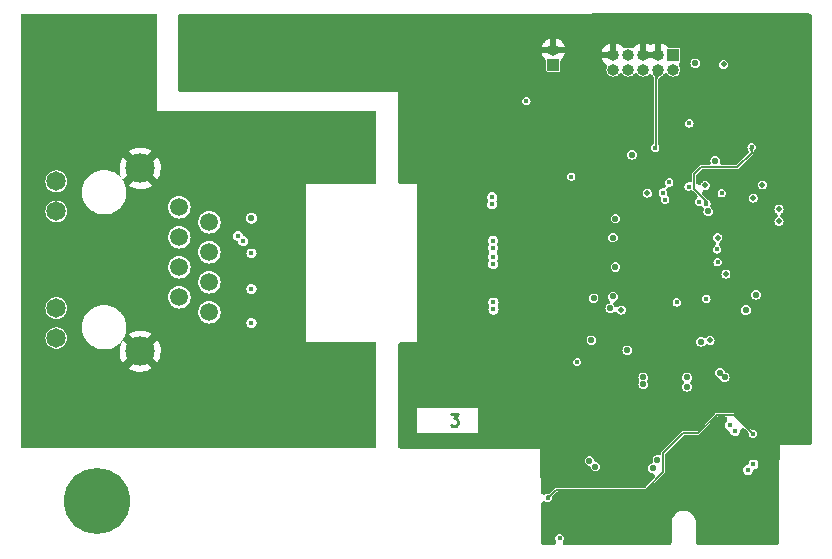
<source format=gbr>
%TF.GenerationSoftware,KiCad,Pcbnew,(6.0.9)*%
%TF.CreationDate,2023-01-20T20:48:01+01:00*%
%TF.ProjectId,pallas-ethernet-adapter,70616c6c-6173-42d6-9574-6865726e6574,rev?*%
%TF.SameCoordinates,Original*%
%TF.FileFunction,Copper,L3,Inr*%
%TF.FilePolarity,Positive*%
%FSLAX46Y46*%
G04 Gerber Fmt 4.6, Leading zero omitted, Abs format (unit mm)*
G04 Created by KiCad (PCBNEW (6.0.9)) date 2023-01-20 20:48:01*
%MOMM*%
%LPD*%
G01*
G04 APERTURE LIST*
%ADD10C,0.250000*%
%TA.AperFunction,NonConductor*%
%ADD11C,0.250000*%
%TD*%
%TA.AperFunction,ComponentPad*%
%ADD12C,1.509000*%
%TD*%
%TA.AperFunction,ComponentPad*%
%ADD13C,1.650000*%
%TD*%
%TA.AperFunction,ComponentPad*%
%ADD14C,2.475000*%
%TD*%
%TA.AperFunction,ComponentPad*%
%ADD15R,1.000000X1.000000*%
%TD*%
%TA.AperFunction,ComponentPad*%
%ADD16O,1.000000X1.000000*%
%TD*%
%TA.AperFunction,ComponentPad*%
%ADD17C,5.600000*%
%TD*%
%TA.AperFunction,ViaPad*%
%ADD18C,0.450000*%
%TD*%
%TA.AperFunction,ViaPad*%
%ADD19C,0.550000*%
%TD*%
%TA.AperFunction,ViaPad*%
%ADD20C,0.500000*%
%TD*%
%TA.AperFunction,Conductor*%
%ADD21C,0.127000*%
%TD*%
G04 APERTURE END LIST*
D10*
D11*
X-7738334Y16692620D02*
X-7119286Y16692620D01*
X-7452620Y16311667D01*
X-7309762Y16311667D01*
X-7214524Y16264048D01*
X-7166905Y16216429D01*
X-7119286Y16121191D01*
X-7119286Y15883096D01*
X-7166905Y15787858D01*
X-7214524Y15740239D01*
X-7309762Y15692620D01*
X-7595477Y15692620D01*
X-7690715Y15740239D01*
X-7738334Y15787858D01*
D12*
%TO.N,/Ethernet/MDI_A_P*%
%TO.C,J5*%
X-30720000Y34195000D03*
%TO.N,/Ethernet/MDI_A_N*%
X-28180000Y32925000D03*
%TO.N,/Ethernet/MDI_B_P*%
X-30720000Y31655000D03*
%TO.N,/Ethernet/MDI_C_P*%
X-28180000Y30385000D03*
%TO.N,/Ethernet/MDI_C_N*%
X-30720000Y29115000D03*
%TO.N,/Ethernet/MDI_B_N*%
X-28180000Y27845000D03*
%TO.N,/Ethernet/MDI_D_P*%
X-30720000Y26575000D03*
%TO.N,/Ethernet/MDI_D_N*%
X-28180000Y25305000D03*
D13*
%TO.N,/~{LED1}*%
X-41130000Y33840000D03*
%TO.N,+3V3*%
X-41130000Y36380000D03*
%TO.N,/~{LED0}*%
X-41130000Y23120000D03*
%TO.N,+3V3*%
X-41130000Y25660000D03*
D14*
%TO.N,/CASE*%
X-34020000Y37495000D03*
X-34020000Y22005000D03*
%TD*%
D15*
%TO.N,/RESET*%
%TO.C,J6*%
X965000Y46235000D03*
D16*
%TO.N,GND*%
X965000Y47505000D03*
%TD*%
D17*
%TO.N,/CASE*%
%TO.C,H2*%
X-37685000Y45585000D03*
%TD*%
D15*
%TO.N,+3V3*%
%TO.C,J7*%
X11114992Y47110003D03*
D16*
%TO.N,/LAN_JTAG_TDI*%
X11114992Y45840003D03*
%TO.N,GND*%
X9844992Y47110003D03*
%TO.N,/LAN_JTAG_TCK*%
X9844992Y45840003D03*
%TO.N,GND*%
X8574992Y47110003D03*
%TO.N,/LAN_JTAG_TDO*%
X8574992Y45840003D03*
%TO.N,unconnected-(J7-Pad7)*%
X7304992Y47110003D03*
%TO.N,/LAN_JTAG_TMS*%
X7304992Y45840003D03*
%TO.N,GND*%
X6034992Y47110003D03*
%TO.N,/RESET*%
X6034992Y45840003D03*
%TD*%
D17*
%TO.N,/CASE*%
%TO.C,H1*%
X-37650000Y9350000D03*
%TD*%
D18*
%TO.N,GND*%
X-9535000Y14385000D03*
X20965000Y50285000D03*
X19965000Y25535000D03*
X17435000Y22995000D03*
X15476500Y23605000D03*
X12956905Y14596905D03*
X15465000Y21215000D03*
X9565000Y31585000D03*
X-20535000Y44285000D03*
X-17960000Y48810000D03*
D19*
X12315000Y20675000D03*
D18*
X22465000Y17785000D03*
X22472715Y29781913D03*
X12365000Y37135000D03*
X15475000Y25115000D03*
D19*
X13885000Y6995000D03*
D18*
X22472715Y39781913D03*
X19915000Y34885000D03*
X16965000Y8285000D03*
X22465000Y49285000D03*
X-11535000Y14385000D03*
X16785000Y9945000D03*
X13575000Y24875000D03*
X16065000Y9685000D03*
X17055000Y13543500D03*
X18635000Y34925000D03*
X8425000Y14795000D03*
D19*
X19465000Y6185000D03*
D18*
X22465000Y14785000D03*
X9115000Y27985000D03*
X9188569Y13953816D03*
X15178095Y26298095D03*
D19*
X3565000Y6985000D03*
D18*
X22472715Y27781913D03*
X11665000Y9235000D03*
X19565000Y10375000D03*
X15975000Y13545000D03*
X17465000Y50285000D03*
D19*
X6515000Y6985000D03*
D18*
X22465000Y16235000D03*
X9185000Y38645000D03*
D19*
X-4765000Y30345000D03*
D18*
X9465000Y50285000D03*
X-2531913Y50292715D03*
X-10185000Y22345000D03*
X-9015000Y36745000D03*
X-17985000Y45735000D03*
D19*
X-1615000Y36045000D03*
D18*
X12165000Y10585000D03*
D19*
X-7255600Y29519700D03*
D18*
X-11585000Y22345000D03*
D19*
X6515000Y6185000D03*
D18*
X7465000Y50285000D03*
D19*
X-7275600Y31044700D03*
D18*
X8365000Y31585000D03*
X19555000Y9395000D03*
X20465000Y14785000D03*
D19*
X9265000Y20585000D03*
D18*
X22472715Y41781913D03*
X13465000Y50285000D03*
D19*
X-4115000Y27845000D03*
D18*
X-18535000Y50285000D03*
X11765000Y32785000D03*
X13985000Y13605000D03*
D19*
X-7245000Y26575000D03*
D18*
X5365000Y19235000D03*
X-6535000Y50285000D03*
X15985000Y11586500D03*
X22472715Y47781913D03*
X-11535000Y18785000D03*
D19*
X1825000Y27465000D03*
D18*
X-3535000Y14385000D03*
X11615000Y40435000D03*
D19*
X-1515000Y24645000D03*
D18*
X11510423Y31825558D03*
X20085000Y31095000D03*
X-16531913Y44292715D03*
X9186500Y17315000D03*
X12253500Y15475000D03*
X1465000Y50285000D03*
X-20535000Y50285000D03*
X16815000Y11205000D03*
X-22535000Y44285000D03*
X14465000Y36135000D03*
D19*
X-6485000Y24355000D03*
D18*
X-11860000Y42560000D03*
X22465000Y31785000D03*
X20085000Y29595000D03*
X5465000Y50285000D03*
X19410000Y8535000D03*
X22465000Y23785000D03*
X-24535000Y44285000D03*
X-12535000Y50285000D03*
X13965000Y8785000D03*
X19695000Y28875000D03*
X22465000Y45785000D03*
X22465000Y19785000D03*
X-5715000Y35745000D03*
X12265000Y16755000D03*
D19*
X-7294400Y34085300D03*
X15415000Y18855000D03*
X-6464400Y27285300D03*
D18*
X-8535000Y50285000D03*
X19165000Y46335000D03*
X11468087Y50292715D03*
X8365000Y30385000D03*
D19*
X9135000Y23495000D03*
D18*
X12165000Y27985000D03*
X14515000Y40435000D03*
X-26535000Y44285000D03*
X-1535000Y14385000D03*
D19*
X-7285000Y23495000D03*
X3935000Y29145000D03*
X4335000Y27345000D03*
D18*
X22472715Y25781913D03*
X22465000Y50285000D03*
X-5535000Y14385000D03*
X-11835000Y38485000D03*
D19*
X13335000Y16985000D03*
X1165000Y31675000D03*
D18*
X-11815000Y36745000D03*
X-22535000Y50285000D03*
X-30535000Y50285000D03*
D19*
X-4215000Y32945000D03*
D18*
X13015000Y9735000D03*
X-16531913Y50292715D03*
X15085000Y16045000D03*
X-14535000Y44285000D03*
X-4535000Y50285000D03*
X-14535000Y50285000D03*
X-26535000Y50285000D03*
X13965000Y11685000D03*
X-11615000Y20788087D03*
X18795000Y28890000D03*
X4765000Y37260000D03*
X-11535000Y16785000D03*
D19*
X14815000Y17555000D03*
X17015000Y6985000D03*
D18*
X-30535000Y46785000D03*
X17165000Y37535000D03*
X9565000Y32785000D03*
X22472715Y35781913D03*
D19*
X3485000Y31645000D03*
D18*
X-535000Y50285000D03*
X8445000Y15535000D03*
X17465000Y16195000D03*
X5315000Y14585000D03*
X22472715Y43781913D03*
X-10415000Y36745000D03*
X-28535000Y44285000D03*
X-30535000Y44785000D03*
D19*
X-6494400Y33240300D03*
D18*
X-26835000Y48810000D03*
X17065000Y36135000D03*
X15315000Y38985000D03*
X-30535000Y48785000D03*
D19*
X9136500Y22035000D03*
D18*
X20085000Y30345000D03*
X-18535000Y44285000D03*
X15715000Y34935000D03*
X16005000Y10695000D03*
D20*
X19165000Y48785000D03*
D18*
X-24535000Y50285000D03*
D19*
X-7315000Y32495000D03*
D18*
X22472715Y33781913D03*
X8365000Y29185000D03*
X9186500Y16215000D03*
X-7535000Y14385000D03*
X-28535000Y50285000D03*
D19*
X3565000Y6185000D03*
D18*
X18185000Y13325000D03*
D19*
X-7264400Y28085300D03*
D18*
X8251808Y12646433D03*
X12253500Y18245000D03*
D19*
X1695000Y33165000D03*
D18*
X9185000Y15075000D03*
X11535000Y11305000D03*
X-26860000Y45810000D03*
X15468087Y50292715D03*
X18968087Y50292715D03*
D19*
X4965000Y34035000D03*
D18*
X8405000Y16535000D03*
X22457285Y21788087D03*
X-10535000Y50285000D03*
D19*
X1185000Y29145000D03*
D18*
X14045000Y22045000D03*
D19*
X-7255600Y25154700D03*
D18*
X11615000Y38785000D03*
D19*
X-6465000Y30295000D03*
D18*
X22472715Y37781913D03*
D19*
X19465000Y6985000D03*
D18*
X9565000Y30385000D03*
X8365000Y32785000D03*
X3465000Y50285000D03*
X-5915000Y22345000D03*
X10565000Y27985000D03*
%TO.N,/PCIexpress_connector/~{PRSNT1}*%
X465000Y9585000D03*
X17855000Y15005000D03*
D19*
%TO.N,+3V3*%
X8565000Y19185000D03*
X12265000Y18985000D03*
D20*
X15365000Y46285000D03*
D19*
X18115000Y26785000D03*
X14665000Y38135000D03*
D20*
X18665000Y36075000D03*
D19*
X15065000Y20185000D03*
X8565000Y19785000D03*
X12965000Y46385000D03*
X12265000Y19785000D03*
X7615000Y38635000D03*
D20*
X14875000Y31625000D03*
D19*
X15465000Y19785000D03*
%TO.N,/LAN7430/VDD12_SW_FB*%
X7215000Y22085000D03*
D20*
X20065000Y32985000D03*
D19*
X13465000Y22805000D03*
D20*
X20065000Y34035000D03*
D19*
X14065000Y33835000D03*
D20*
%TO.N,/LAN7430/VDD12CORE*%
X6715000Y25485000D03*
D18*
X12415000Y35935000D03*
X14815000Y30635000D03*
D19*
%TO.N,/LAN7430/AVDDH*%
X6015000Y26635000D03*
X6215000Y33235000D03*
X4365000Y26485000D03*
D18*
%TO.N,/LAN7430/VPTX*%
X11415000Y26135000D03*
D19*
%TO.N,/LAN7430/AVDDL*%
X5775000Y25625000D03*
X6215000Y29135000D03*
X6005000Y31625000D03*
D20*
%TO.N,/LAN7430/AVDD12*%
X8915000Y35385000D03*
%TO.N,/LAN7430/TEST*%
X13815000Y36035000D03*
D19*
%TO.N,/LAN7430/VDD_2V5*%
X17265000Y25485000D03*
D20*
X14225000Y22925000D03*
D19*
X4175000Y22925000D03*
D20*
X15565000Y28535000D03*
D19*
%TO.N,/PCIexpress_connector/3V3*%
X4015000Y12735000D03*
X4515000Y12235000D03*
D18*
%TO.N,/LAN7430/PCIE_TX_P*%
X17434058Y11954058D03*
%TO.N,/LAN7430/PCIE_TX_N*%
X17895942Y12415942D03*
%TO.N,/LAN7430/PCIE_CLK_P*%
X15894058Y15725942D03*
%TO.N,/LAN7430/PCIE_CLK_N*%
X16355942Y15264058D03*
%TO.N,/LAN_JTAG_TCK*%
X9585000Y39245000D03*
X15215000Y35385000D03*
X2965000Y21085000D03*
X-1335000Y43185000D03*
%TO.N,/Ethernet/MDI_B_P*%
X-25727133Y31757133D03*
%TO.N,/Ethernet/MDI_B_N*%
X-25302867Y31332867D03*
%TO.N,/CASE*%
X-23041593Y38797064D03*
X-19035000Y38785000D03*
X-15035000Y14385000D03*
X-42035000Y14385000D03*
X-33035000Y50285000D03*
X-43735000Y31785000D03*
X-31035000Y20785000D03*
X-19035000Y20785000D03*
X-27035000Y41785000D03*
X-43735000Y17785000D03*
X-31315000Y24545000D03*
X-34535000Y50285000D03*
X-21035000Y41785000D03*
X-25615000Y24745000D03*
X-25035000Y14385000D03*
X-17015000Y22345000D03*
X-17031913Y41792715D03*
X-21035000Y38785000D03*
X-23035000Y41785000D03*
X-43735000Y25785000D03*
X-25035000Y20785000D03*
X-33535000Y14385000D03*
X-43735000Y44785000D03*
X-15025000Y40315000D03*
X-31035000Y41785000D03*
X-40535000Y50285000D03*
X-35535000Y20785000D03*
X-43735000Y46785000D03*
X-15035000Y16785000D03*
X-25515000Y27945000D03*
X-43735000Y41785000D03*
X-19035000Y41785000D03*
X-27015000Y22345000D03*
X-38535000Y50285000D03*
X-23015000Y22345000D03*
X-43735000Y37785000D03*
X-27035000Y20785000D03*
X-42835000Y20485000D03*
X-25035000Y41785000D03*
X-29035000Y14385000D03*
X-23035000Y20785000D03*
X-43735000Y39785000D03*
X-43735000Y21785000D03*
X-42535000Y50285000D03*
X-33035000Y46785000D03*
X-29035000Y41785000D03*
X-15035000Y18785000D03*
X-25515000Y22345000D03*
X-43735000Y29785000D03*
X-43735000Y19785000D03*
X-43735000Y33785000D03*
X-21035000Y20785000D03*
X-27035000Y14385000D03*
X-33035000Y44785000D03*
X-43735000Y23785000D03*
X-15035000Y38785000D03*
X-43735000Y50285000D03*
X-25415000Y33745000D03*
X-19035000Y14385000D03*
X-21015000Y22345000D03*
X-17035000Y38785000D03*
X-19015000Y22345000D03*
X-23035000Y14385000D03*
X-40235000Y20485000D03*
X-33035000Y48785000D03*
X-21035000Y14385000D03*
X-43735000Y15785000D03*
X-15035000Y41885000D03*
X-43735000Y14385000D03*
X-23785000Y22345000D03*
X-31035000Y14385000D03*
X-43735000Y27785000D03*
X-43735000Y35785000D03*
X-31815000Y32945000D03*
X-37535000Y14385000D03*
X-15015000Y36785000D03*
X-15015000Y22345000D03*
X-35535000Y14385000D03*
X-17035000Y20785000D03*
X-17035000Y14385000D03*
X-39535000Y14385000D03*
X-38335000Y20785000D03*
X-43735000Y48685000D03*
X-36535000Y50285000D03*
X-33035000Y41785000D03*
X-29035000Y20785000D03*
X-15035000Y20785000D03*
%TO.N,/RESET*%
X14865000Y29535000D03*
D20*
X17885000Y34975000D03*
D18*
%TO.N,/LAN_JTAG_TDI*%
X13315000Y34635000D03*
X12465000Y41285000D03*
%TO.N,/LAN_JTAG_TDO*%
X17740000Y39285000D03*
X13915000Y34485000D03*
%TO.N,/LAN7430/RESREF*%
X13915000Y26435000D03*
%TO.N,/PCIexpress_connector/12V*%
X1480000Y6175000D03*
%TO.N,/LAN7430/~{PCIE_CLKREQ}*%
X10765000Y36285000D03*
D19*
X9765000Y12785000D03*
D18*
%TO.N,/LAN7430/~{PCIE_PERST}*%
X10225000Y35425000D03*
X2465000Y36785000D03*
%TO.N,/LAN7430/~{PCIE_WAKE}*%
X10425000Y34825000D03*
D19*
X9365000Y12085000D03*
D18*
%TO.N,/Ethernet/TXRX_A_P*%
X-4215000Y35048000D03*
%TO.N,/Ethernet/TXRX_A_N*%
X-4215000Y34448000D03*
%TO.N,/Ethernet/TXRX_B_P*%
X-4144400Y31365800D03*
%TO.N,/Ethernet/TXRX_B_N*%
X-4160000Y30760000D03*
%TO.N,/Ethernet/TXRX_C_P*%
X-4144400Y29965800D03*
%TO.N,/Ethernet/TXRX_C_N*%
X-4135000Y29360000D03*
%TO.N,/Ethernet/TXRX_D_P*%
X-4115000Y26132600D03*
%TO.N,/Ethernet/TXRX_D_N*%
X-4115000Y25532600D03*
%TO.N,/Ethernet/BOB_SMITH*%
X-24605000Y24385000D03*
D19*
X-24605000Y33285000D03*
D18*
X-24605000Y27285000D03*
X-24605000Y30285000D03*
%TD*%
D21*
%TO.N,/PCIexpress_connector/~{PRSNT1}*%
X17845000Y15005000D02*
X17855000Y15005000D01*
X16965000Y15885000D02*
X17845000Y15005000D01*
X13192500Y15052500D02*
X14775000Y16635000D01*
X8765000Y10285000D02*
X1165000Y10285000D01*
X10265000Y13385000D02*
X11932500Y15052500D01*
X14775000Y16635000D02*
X16215000Y16635000D01*
X16215000Y16635000D02*
X16965000Y15885000D01*
X11932500Y15052500D02*
X13192500Y15052500D01*
X10265000Y13385000D02*
X10265000Y11785000D01*
X1165000Y10285000D02*
X465000Y9585000D01*
X10265000Y11785000D02*
X8765000Y10285000D01*
%TO.N,/LAN_JTAG_TCK*%
X9665000Y39325000D02*
X9665000Y45660000D01*
X9585000Y39245000D02*
X9665000Y39325000D01*
X9665000Y45660000D02*
X9845000Y45840000D01*
%TO.N,/LAN_JTAG_TDO*%
X13915000Y34685000D02*
X13915000Y34485000D01*
X12865000Y35735000D02*
X13915000Y34685000D01*
X12865000Y36985000D02*
X12865000Y35735000D01*
X16515000Y37585000D02*
X13465000Y37585000D01*
X17740000Y38810000D02*
X16515000Y37585000D01*
X17740000Y39285000D02*
X17740000Y38810000D01*
X13465000Y37585000D02*
X12865000Y36985000D01*
%TD*%
%TA.AperFunction,Conductor*%
%TO.N,/LAN_JTAG_TDO*%
G36*
X13780791Y34909176D02*
G01*
X13812579Y34878019D01*
X13847241Y34845516D01*
X13877702Y34818234D01*
X13905164Y34794634D01*
X13930825Y34773176D01*
X13955884Y34752319D01*
X13961877Y34747228D01*
X13981463Y34730590D01*
X13981638Y34730438D01*
X14008889Y34706343D01*
X14009103Y34706149D01*
X14039322Y34678072D01*
X14039535Y34677870D01*
X14067806Y34650247D01*
X14071328Y34642014D01*
X14069939Y34636346D01*
X13935523Y34385825D01*
X13928592Y34380155D01*
X13919681Y34381047D01*
X13917844Y34382270D01*
X13708374Y34552241D01*
X13704109Y34560115D01*
X13704707Y34565202D01*
X13713128Y34589186D01*
X13713137Y34589213D01*
X13723553Y34618649D01*
X13723566Y34618685D01*
X13732448Y34646316D01*
X13738967Y34672574D01*
X13742306Y34697926D01*
X13741648Y34722841D01*
X13736177Y34747786D01*
X13725076Y34773229D01*
X13707527Y34799638D01*
X13690063Y34819236D01*
X13687118Y34827690D01*
X13690526Y34835291D01*
X13764328Y34909093D01*
X13772601Y34912520D01*
X13780791Y34909176D01*
G37*
%TD.AperFunction*%
%TD*%
%TA.AperFunction,Conductor*%
%TO.N,/LAN_JTAG_TCK*%
G36*
X9939138Y46062262D02*
G01*
X10176745Y45500464D01*
X10183971Y45483378D01*
X10184037Y45474423D01*
X10180851Y45469972D01*
X10115145Y45413132D01*
X10114548Y45412651D01*
X10045574Y45360722D01*
X10045266Y45360500D01*
X9980067Y45314992D01*
X9919879Y45272317D01*
X9919762Y45272223D01*
X9919753Y45272216D01*
X9866228Y45229091D01*
X9866224Y45229087D01*
X9865953Y45228869D01*
X9819383Y45180934D01*
X9781260Y45124795D01*
X9781034Y45124256D01*
X9781032Y45124253D01*
X9757366Y45067901D01*
X9752677Y45056737D01*
X9734726Y44973044D01*
X9734700Y44972609D01*
X9729164Y44880994D01*
X9725244Y44872943D01*
X9717485Y44870000D01*
X9612665Y44870000D01*
X9604392Y44873427D01*
X9600978Y44881153D01*
X9595363Y45001053D01*
X9595362Y45001060D01*
X9595348Y45001365D01*
X9578494Y45110378D01*
X9574694Y45124253D01*
X9553422Y45201910D01*
X9553342Y45202203D01*
X9522295Y45282003D01*
X9487757Y45354941D01*
X9487735Y45354984D01*
X9487720Y45355016D01*
X9452220Y45426001D01*
X9452052Y45426351D01*
X9418011Y45500464D01*
X9417660Y45501315D01*
X9387438Y45583635D01*
X9387076Y45584808D01*
X9362913Y45680705D01*
X9362667Y45681972D01*
X9347981Y45788883D01*
X9350250Y45797545D01*
X9354597Y45801065D01*
X9923387Y46068294D01*
X9932332Y46068710D01*
X9939138Y46062262D01*
G37*
%TD.AperFunction*%
%TD*%
%TA.AperFunction,Conductor*%
%TO.N,/LAN_JTAG_TDO*%
G36*
X17748433Y39388731D02*
G01*
X17936653Y39193006D01*
X17939917Y39184668D01*
X17938577Y39179456D01*
X17921734Y39147391D01*
X17921393Y39146786D01*
X17901234Y39113385D01*
X17900990Y39112999D01*
X17881559Y39083473D01*
X17863286Y39056094D01*
X17846710Y39029257D01*
X17832237Y39001157D01*
X17820274Y38969987D01*
X17811225Y38933942D01*
X17805499Y38891215D01*
X17805489Y38890955D01*
X17805488Y38890945D01*
X17803939Y38851244D01*
X17800192Y38843111D01*
X17792248Y38840000D01*
X17687752Y38840000D01*
X17679479Y38843427D01*
X17676061Y38851243D01*
X17674511Y38890946D01*
X17674510Y38890956D01*
X17674500Y38891215D01*
X17668774Y38933942D01*
X17659725Y38969987D01*
X17647762Y39001157D01*
X17633289Y39029257D01*
X17616713Y39056094D01*
X17598440Y39083473D01*
X17579009Y39112999D01*
X17578765Y39113385D01*
X17558606Y39146786D01*
X17558265Y39147391D01*
X17541423Y39179456D01*
X17540610Y39188374D01*
X17543347Y39193005D01*
X17731567Y39388731D01*
X17739771Y39392319D01*
X17748433Y39388731D01*
G37*
%TD.AperFunction*%
%TD*%
%TA.AperFunction,Conductor*%
%TO.N,/LAN_JTAG_TCK*%
G36*
X9939138Y46062262D02*
G01*
X10176745Y45500464D01*
X10183971Y45483378D01*
X10184037Y45474423D01*
X10180851Y45469972D01*
X10115145Y45413132D01*
X10114548Y45412651D01*
X10045574Y45360722D01*
X10045266Y45360500D01*
X9980067Y45314992D01*
X9919879Y45272317D01*
X9919762Y45272223D01*
X9919753Y45272216D01*
X9866228Y45229091D01*
X9866224Y45229087D01*
X9865953Y45228869D01*
X9819383Y45180934D01*
X9781260Y45124795D01*
X9781034Y45124256D01*
X9781032Y45124253D01*
X9757366Y45067901D01*
X9752677Y45056737D01*
X9734726Y44973044D01*
X9734700Y44972609D01*
X9729164Y44880994D01*
X9725244Y44872943D01*
X9717485Y44870000D01*
X9612665Y44870000D01*
X9604392Y44873427D01*
X9600978Y44881153D01*
X9595363Y45001053D01*
X9595362Y45001060D01*
X9595348Y45001365D01*
X9578494Y45110378D01*
X9574694Y45124253D01*
X9553422Y45201910D01*
X9553342Y45202203D01*
X9522295Y45282003D01*
X9487757Y45354941D01*
X9487735Y45354984D01*
X9487720Y45355016D01*
X9452220Y45426001D01*
X9452052Y45426351D01*
X9418011Y45500464D01*
X9417660Y45501315D01*
X9387438Y45583635D01*
X9387076Y45584808D01*
X9362913Y45680705D01*
X9362667Y45681972D01*
X9347981Y45788883D01*
X9350250Y45797545D01*
X9354597Y45801065D01*
X9923387Y46068294D01*
X9932332Y46068710D01*
X9939138Y46062262D01*
G37*
%TD.AperFunction*%
%TD*%
%TA.AperFunction,Conductor*%
%TO.N,/LAN_JTAG_TCK*%
G36*
X9939138Y46062262D02*
G01*
X10176745Y45500464D01*
X10183971Y45483378D01*
X10184037Y45474423D01*
X10180851Y45469972D01*
X10115145Y45413132D01*
X10114548Y45412651D01*
X10045574Y45360722D01*
X10045266Y45360500D01*
X9980067Y45314992D01*
X9919879Y45272317D01*
X9919762Y45272223D01*
X9919753Y45272216D01*
X9866228Y45229091D01*
X9866224Y45229087D01*
X9865953Y45228869D01*
X9819383Y45180934D01*
X9781260Y45124795D01*
X9781034Y45124256D01*
X9781032Y45124253D01*
X9757366Y45067901D01*
X9752677Y45056737D01*
X9734726Y44973044D01*
X9734700Y44972609D01*
X9729164Y44880994D01*
X9725244Y44872943D01*
X9717485Y44870000D01*
X9612665Y44870000D01*
X9604392Y44873427D01*
X9600978Y44881153D01*
X9595363Y45001053D01*
X9595362Y45001060D01*
X9595348Y45001365D01*
X9578494Y45110378D01*
X9574694Y45124253D01*
X9553422Y45201910D01*
X9553342Y45202203D01*
X9522295Y45282003D01*
X9487757Y45354941D01*
X9487735Y45354984D01*
X9487720Y45355016D01*
X9452220Y45426001D01*
X9452052Y45426351D01*
X9418011Y45500464D01*
X9417660Y45501315D01*
X9387438Y45583635D01*
X9387076Y45584808D01*
X9362913Y45680705D01*
X9362667Y45681972D01*
X9347981Y45788883D01*
X9350250Y45797545D01*
X9354597Y45801065D01*
X9923387Y46068294D01*
X9932332Y46068710D01*
X9939138Y46062262D01*
G37*
%TD.AperFunction*%
%TD*%
%TA.AperFunction,Conductor*%
%TO.N,/LAN_JTAG_TCK*%
G36*
X9939138Y46062262D02*
G01*
X10176745Y45500464D01*
X10183971Y45483378D01*
X10184037Y45474423D01*
X10180851Y45469972D01*
X10115145Y45413132D01*
X10114548Y45412651D01*
X10045574Y45360722D01*
X10045266Y45360500D01*
X9980067Y45314992D01*
X9919879Y45272317D01*
X9919762Y45272223D01*
X9919753Y45272216D01*
X9866228Y45229091D01*
X9866224Y45229087D01*
X9865953Y45228869D01*
X9819383Y45180934D01*
X9781260Y45124795D01*
X9781034Y45124256D01*
X9781032Y45124253D01*
X9757366Y45067901D01*
X9752677Y45056737D01*
X9734726Y44973044D01*
X9734700Y44972609D01*
X9729164Y44880994D01*
X9725244Y44872943D01*
X9717485Y44870000D01*
X9612665Y44870000D01*
X9604392Y44873427D01*
X9600978Y44881153D01*
X9595363Y45001053D01*
X9595362Y45001060D01*
X9595348Y45001365D01*
X9578494Y45110378D01*
X9574694Y45124253D01*
X9553422Y45201910D01*
X9553342Y45202203D01*
X9522295Y45282003D01*
X9487757Y45354941D01*
X9487735Y45354984D01*
X9487720Y45355016D01*
X9452220Y45426001D01*
X9452052Y45426351D01*
X9418011Y45500464D01*
X9417660Y45501315D01*
X9387438Y45583635D01*
X9387076Y45584808D01*
X9362913Y45680705D01*
X9362667Y45681972D01*
X9347981Y45788883D01*
X9350250Y45797545D01*
X9354597Y45801065D01*
X9923387Y46068294D01*
X9932332Y46068710D01*
X9939138Y46062262D01*
G37*
%TD.AperFunction*%
%TD*%
%TA.AperFunction,Conductor*%
%TO.N,/PCIexpress_connector/~{PRSNT1}*%
G36*
X742717Y9936606D02*
G01*
X816607Y9862716D01*
X820034Y9854443D01*
X816923Y9846500D01*
X789762Y9817133D01*
X763599Y9782871D01*
X744509Y9750985D01*
X730928Y9720486D01*
X721292Y9690382D01*
X714037Y9659685D01*
X714023Y9659613D01*
X714020Y9659601D01*
X707613Y9627478D01*
X707598Y9627404D01*
X700456Y9592770D01*
X700355Y9592325D01*
X690994Y9554464D01*
X690807Y9553795D01*
X680045Y9519217D01*
X674315Y9512336D01*
X669103Y9510996D01*
X571741Y9509093D01*
X397616Y9505689D01*
X389277Y9508954D01*
X385689Y9517616D01*
X389655Y9720486D01*
X390996Y9789104D01*
X394584Y9797308D01*
X399215Y9800045D01*
X433794Y9810808D01*
X434463Y9810995D01*
X472324Y9820356D01*
X472769Y9820457D01*
X488781Y9823759D01*
X507403Y9827599D01*
X527764Y9831660D01*
X539600Y9834021D01*
X539612Y9834024D01*
X539684Y9834038D01*
X570381Y9841293D01*
X570586Y9841359D01*
X570591Y9841360D01*
X586645Y9846499D01*
X600485Y9850929D01*
X630984Y9864510D01*
X631282Y9864688D01*
X631287Y9864691D01*
X662579Y9883426D01*
X662870Y9883600D01*
X697132Y9909763D01*
X697331Y9909947D01*
X726500Y9936923D01*
X734901Y9940024D01*
X742717Y9936606D01*
G37*
%TD.AperFunction*%
%TD*%
%TA.AperFunction,Conductor*%
%TO.N,/CASE*%
G36*
X-34235000Y41985000D02*
G01*
X-41235000Y41985000D01*
X-41235000Y48985000D01*
X-34235000Y48985000D01*
X-34235000Y41985000D01*
G37*
%TD.AperFunction*%
%TD*%
%TA.AperFunction,Conductor*%
%TO.N,/CASE*%
G36*
X-32588448Y50581573D02*
G01*
X-32585021Y50573280D01*
X-32592767Y46307983D01*
X-32599885Y42388136D01*
X-32600000Y42325000D01*
X-14036700Y42325000D01*
X-14028427Y42321573D01*
X-14025000Y42313300D01*
X-14025000Y36156700D01*
X-14028427Y36148427D01*
X-14036700Y36145000D01*
X-19985000Y36145000D01*
X-19985000Y22745000D01*
X-14036700Y22745000D01*
X-14028427Y22741573D01*
X-14025000Y22733300D01*
X-14025000Y13811700D01*
X-14028427Y13803427D01*
X-14036700Y13800000D01*
X-44138295Y13800000D01*
X-44146568Y13803427D01*
X-44149995Y13811705D01*
X-44147336Y20546758D01*
X-34982303Y20546758D01*
X-34981883Y20545743D01*
X-34947923Y20520842D01*
X-34947181Y20520378D01*
X-34718355Y20399988D01*
X-34717556Y20399640D01*
X-34473442Y20314391D01*
X-34472612Y20314169D01*
X-34218573Y20265938D01*
X-34217718Y20265841D01*
X-33959350Y20255689D01*
X-33958473Y20255720D01*
X-33701452Y20283869D01*
X-33700592Y20284029D01*
X-33450549Y20349859D01*
X-33449730Y20350141D01*
X-33212151Y20452213D01*
X-33211392Y20452608D01*
X-33059672Y20546495D01*
X-33058632Y20547939D01*
X-33058772Y20548797D01*
X-34018354Y21508379D01*
X-34020000Y21509061D01*
X-34021646Y21508379D01*
X-34981621Y20548404D01*
X-34982303Y20546758D01*
X-44147336Y20546758D01*
X-44146742Y22050389D01*
X-35769773Y22050389D01*
X-35757367Y21792107D01*
X-35757263Y21791259D01*
X-35706817Y21537650D01*
X-35706588Y21536825D01*
X-35619211Y21293461D01*
X-35618855Y21292663D01*
X-35496472Y21064896D01*
X-35496011Y21064171D01*
X-35480214Y21043016D01*
X-35478684Y21042106D01*
X-35477591Y21042384D01*
X-34516621Y22003354D01*
X-34515939Y22005000D01*
X-33524061Y22005000D01*
X-33523379Y22003354D01*
X-32564823Y21044798D01*
X-32563177Y21044116D01*
X-32562332Y21044466D01*
X-32481964Y21169410D01*
X-32481543Y21170186D01*
X-32375344Y21405940D01*
X-32375052Y21406741D01*
X-32304863Y21655613D01*
X-32304691Y21656461D01*
X-32272044Y21913085D01*
X-32271997Y21913695D01*
X-32269614Y22004701D01*
X-32269628Y22005297D01*
X-32288801Y22263293D01*
X-32288928Y22264145D01*
X-32345995Y22516348D01*
X-32346247Y22517171D01*
X-32439965Y22758165D01*
X-32440331Y22758933D01*
X-32559469Y22967380D01*
X-32560878Y22968471D01*
X-32561652Y22968373D01*
X-33523379Y22006646D01*
X-33524061Y22005000D01*
X-34515939Y22005000D01*
X-34516621Y22006646D01*
X-35476010Y22966035D01*
X-35477656Y22966717D01*
X-35478437Y22966393D01*
X-35579384Y22800038D01*
X-35579780Y22799260D01*
X-35679775Y22560802D01*
X-35680046Y22559991D01*
X-35743696Y22309370D01*
X-35743845Y22308524D01*
X-35769750Y22051253D01*
X-35769773Y22050389D01*
X-44146742Y22050389D01*
X-44146320Y23120000D01*
X-42050543Y23120000D01*
X-42030427Y22928608D01*
X-41970958Y22745581D01*
X-41874735Y22578918D01*
X-41874329Y22578467D01*
X-41765759Y22457889D01*
X-41745963Y22435903D01*
X-41590272Y22322786D01*
X-41589719Y22322540D01*
X-41589716Y22322538D01*
X-41415016Y22244758D01*
X-41414463Y22244512D01*
X-41413873Y22244387D01*
X-41413868Y22244385D01*
X-41226827Y22204628D01*
X-41226823Y22204628D01*
X-41226223Y22204500D01*
X-41033777Y22204500D01*
X-41033177Y22204628D01*
X-41033173Y22204628D01*
X-40846132Y22244385D01*
X-40846127Y22244387D01*
X-40845537Y22244512D01*
X-40844984Y22244758D01*
X-40670284Y22322538D01*
X-40670281Y22322540D01*
X-40669728Y22322786D01*
X-40514037Y22435903D01*
X-40494240Y22457889D01*
X-40385671Y22578467D01*
X-40385265Y22578918D01*
X-40289042Y22745581D01*
X-40229573Y22928608D01*
X-40209457Y23120000D01*
X-40229573Y23311392D01*
X-40289042Y23494419D01*
X-40385265Y23661082D01*
X-40438592Y23720307D01*
X-40513629Y23803644D01*
X-40513630Y23803645D01*
X-40514037Y23804097D01*
X-40669728Y23917214D01*
X-40670281Y23917460D01*
X-40670284Y23917462D01*
X-40838253Y23992245D01*
X-38954042Y23992245D01*
X-38954002Y23991827D01*
X-38954002Y23991822D01*
X-38930802Y23748662D01*
X-38928136Y23720720D01*
X-38863305Y23455778D01*
X-38760908Y23202970D01*
X-38623088Y22967592D01*
X-38622824Y22967262D01*
X-38622822Y22967259D01*
X-38456219Y22758933D01*
X-38452734Y22754575D01*
X-38253413Y22568380D01*
X-38029302Y22412908D01*
X-38028925Y22412721D01*
X-38028926Y22412721D01*
X-37785476Y22291606D01*
X-37785470Y22291603D01*
X-37785095Y22291417D01*
X-37784698Y22291287D01*
X-37784696Y22291286D01*
X-37526309Y22206583D01*
X-37526303Y22206582D01*
X-37525908Y22206452D01*
X-37525499Y22206381D01*
X-37525495Y22206380D01*
X-37317011Y22170181D01*
X-37257171Y22159791D01*
X-37222961Y22158088D01*
X-37171124Y22155507D01*
X-37171114Y22155507D01*
X-37170978Y22155500D01*
X-37000718Y22155500D01*
X-37000517Y22155515D01*
X-37000505Y22155515D01*
X-36842639Y22166970D01*
X-36797957Y22170212D01*
X-36797543Y22170303D01*
X-36797539Y22170304D01*
X-36532028Y22228923D01*
X-36532023Y22228924D01*
X-36531613Y22229015D01*
X-36319520Y22309370D01*
X-36276940Y22325502D01*
X-36276939Y22325503D01*
X-36276547Y22325651D01*
X-36038102Y22458095D01*
X-35821275Y22623573D01*
X-35630606Y22818618D01*
X-35470090Y23039144D01*
X-35343090Y23280531D01*
X-35279168Y23461544D01*
X-34980821Y23461544D01*
X-34980646Y23460621D01*
X-34021646Y22501621D01*
X-34020000Y22500939D01*
X-34018354Y22501621D01*
X-33059556Y23460419D01*
X-33058874Y23462065D01*
X-33059263Y23463003D01*
X-33131251Y23512943D01*
X-33131998Y23513383D01*
X-33363901Y23627745D01*
X-33364703Y23628069D01*
X-33610970Y23706899D01*
X-33611801Y23707099D01*
X-33867010Y23748662D01*
X-33867883Y23748739D01*
X-34126426Y23752123D01*
X-34127289Y23752071D01*
X-34383499Y23717202D01*
X-34384339Y23717024D01*
X-34632591Y23644664D01*
X-34633393Y23644364D01*
X-34868205Y23536115D01*
X-34868975Y23535689D01*
X-34979819Y23463016D01*
X-34980821Y23461544D01*
X-35279168Y23461544D01*
X-35252266Y23537724D01*
X-35218921Y23706899D01*
X-35199601Y23804923D01*
X-35199520Y23805334D01*
X-35190053Y23995488D01*
X-35185979Y24077335D01*
X-35185958Y24077755D01*
X-35191190Y24132599D01*
X-35211823Y24348853D01*
X-35211824Y24348857D01*
X-35211864Y24349280D01*
X-35276695Y24614222D01*
X-35324755Y24732877D01*
X-35378935Y24866643D01*
X-35378936Y24866646D01*
X-35379092Y24867030D01*
X-35516912Y25102408D01*
X-35636049Y25251382D01*
X-35686997Y25315089D01*
X-35686999Y25315091D01*
X-35687266Y25315425D01*
X-35690449Y25318398D01*
X-29139527Y25318398D01*
X-29123856Y25131770D01*
X-29072233Y24951740D01*
X-29071969Y24951227D01*
X-28989034Y24789853D01*
X-28986625Y24785165D01*
X-28870294Y24638391D01*
X-28869857Y24638019D01*
X-28869856Y24638018D01*
X-28798982Y24577700D01*
X-28727669Y24517008D01*
X-28564183Y24425639D01*
X-28386065Y24367765D01*
X-28200097Y24345589D01*
X-28199537Y24345632D01*
X-28199535Y24345632D01*
X-28013934Y24359914D01*
X-28013933Y24359914D01*
X-28013364Y24359958D01*
X-27923674Y24385000D01*
X-25035804Y24385000D01*
X-25014719Y24251874D01*
X-24953528Y24131780D01*
X-24858220Y24036472D01*
X-24738126Y23975281D01*
X-24605000Y23954196D01*
X-24471874Y23975281D01*
X-24351780Y24036472D01*
X-24256472Y24131780D01*
X-24195281Y24251874D01*
X-24174196Y24385000D01*
X-24195281Y24518126D01*
X-24256472Y24638220D01*
X-24351780Y24733528D01*
X-24471874Y24794719D01*
X-24605000Y24815804D01*
X-24738126Y24794719D01*
X-24858220Y24733528D01*
X-24953528Y24638220D01*
X-25014719Y24518126D01*
X-25035804Y24385000D01*
X-27923674Y24385000D01*
X-27832977Y24410323D01*
X-27803006Y24425462D01*
X-27666322Y24494506D01*
X-27665809Y24494765D01*
X-27518227Y24610069D01*
X-27410821Y24734500D01*
X-27396222Y24751413D01*
X-27396221Y24751414D01*
X-27395851Y24751843D01*
X-27337916Y24853827D01*
X-27303626Y24914188D01*
X-27303624Y24914192D01*
X-27303343Y24914687D01*
X-27291187Y24951227D01*
X-27244405Y25091858D01*
X-27244404Y25091861D01*
X-27244226Y25092397D01*
X-27239012Y25133671D01*
X-27220794Y25277878D01*
X-27220753Y25278206D01*
X-27220379Y25305000D01*
X-27238655Y25491391D01*
X-27241656Y25501333D01*
X-27268870Y25591468D01*
X-27292786Y25670683D01*
X-27297829Y25680168D01*
X-27380441Y25835539D01*
X-27380443Y25835542D01*
X-27380711Y25836046D01*
X-27432622Y25899696D01*
X-27498722Y25980742D01*
X-27498723Y25980743D01*
X-27499081Y25981182D01*
X-27643387Y26100562D01*
X-27656438Y26107619D01*
X-27807625Y26189365D01*
X-27807626Y26189365D01*
X-27808132Y26189639D01*
X-27987041Y26245021D01*
X-28173301Y26264598D01*
X-28359815Y26247623D01*
X-28439851Y26224067D01*
X-28538934Y26194906D01*
X-28538937Y26194905D01*
X-28539480Y26194745D01*
X-28539978Y26194484D01*
X-28539982Y26194483D01*
X-28704951Y26108240D01*
X-28704955Y26108237D01*
X-28705453Y26107977D01*
X-28705895Y26107622D01*
X-28705899Y26107619D01*
X-28813117Y26021413D01*
X-28851412Y25990623D01*
X-28851772Y25990194D01*
X-28851777Y25990189D01*
X-28958040Y25863548D01*
X-28971796Y25847154D01*
X-28972069Y25846658D01*
X-28972070Y25846656D01*
X-29054939Y25695918D01*
X-29062022Y25683035D01*
X-29062193Y25682495D01*
X-29062195Y25682491D01*
X-29083417Y25615589D01*
X-29118651Y25504516D01*
X-29118714Y25503951D01*
X-29118715Y25503948D01*
X-29139463Y25318969D01*
X-29139527Y25318398D01*
X-35690449Y25318398D01*
X-35886587Y25501620D01*
X-36110698Y25657092D01*
X-36161752Y25682491D01*
X-36354524Y25778394D01*
X-36354530Y25778397D01*
X-36354905Y25778583D01*
X-36355302Y25778713D01*
X-36355304Y25778714D01*
X-36613691Y25863417D01*
X-36613697Y25863418D01*
X-36614092Y25863548D01*
X-36614501Y25863619D01*
X-36614505Y25863620D01*
X-36882489Y25910150D01*
X-36882490Y25910150D01*
X-36882829Y25910209D01*
X-36917039Y25911912D01*
X-36968876Y25914493D01*
X-36968886Y25914493D01*
X-36969022Y25914500D01*
X-37139282Y25914500D01*
X-37139483Y25914485D01*
X-37139495Y25914485D01*
X-37297361Y25903030D01*
X-37342043Y25899788D01*
X-37342457Y25899697D01*
X-37342461Y25899696D01*
X-37607972Y25841077D01*
X-37607977Y25841076D01*
X-37608387Y25840985D01*
X-37863453Y25744349D01*
X-38101898Y25611905D01*
X-38318725Y25446427D01*
X-38319019Y25446126D01*
X-38483492Y25277878D01*
X-38509394Y25251382D01*
X-38669910Y25030856D01*
X-38796910Y24789469D01*
X-38887734Y24532276D01*
X-38887816Y24531862D01*
X-38887817Y24531857D01*
X-38921698Y24359958D01*
X-38940480Y24264666D01*
X-38940500Y24264256D01*
X-38940501Y24264251D01*
X-38947128Y24131129D01*
X-38954042Y23992245D01*
X-40838253Y23992245D01*
X-40844984Y23995242D01*
X-40844986Y23995243D01*
X-40845537Y23995488D01*
X-40846127Y23995613D01*
X-40846132Y23995615D01*
X-41033173Y24035372D01*
X-41033177Y24035372D01*
X-41033777Y24035500D01*
X-41226223Y24035500D01*
X-41226823Y24035372D01*
X-41226827Y24035372D01*
X-41355965Y24007922D01*
X-41414463Y23995488D01*
X-41590271Y23917214D01*
X-41745963Y23804097D01*
X-41746370Y23803645D01*
X-41746371Y23803644D01*
X-41821408Y23720307D01*
X-41874735Y23661082D01*
X-41970958Y23494419D01*
X-42030427Y23311392D01*
X-42050543Y23120000D01*
X-44146320Y23120000D01*
X-44145317Y25660000D01*
X-42060598Y25660000D01*
X-42040262Y25466518D01*
X-42040071Y25465930D01*
X-41991169Y25315425D01*
X-41980144Y25281492D01*
X-41979841Y25280968D01*
X-41979841Y25280967D01*
X-41962937Y25251688D01*
X-41882870Y25113008D01*
X-41752692Y24968431D01*
X-41679467Y24915230D01*
X-41613614Y24867385D01*
X-41595299Y24854078D01*
X-41594734Y24853827D01*
X-41594735Y24853827D01*
X-41441664Y24785676D01*
X-41417571Y24774949D01*
X-41358531Y24762400D01*
X-41227878Y24734628D01*
X-41227874Y24734628D01*
X-41227274Y24734500D01*
X-41032726Y24734500D01*
X-41032126Y24734628D01*
X-41032122Y24734628D01*
X-40901469Y24762400D01*
X-40842429Y24774949D01*
X-40818335Y24785676D01*
X-40665265Y24853827D01*
X-40665266Y24853827D01*
X-40664701Y24854078D01*
X-40646385Y24867385D01*
X-40580533Y24915230D01*
X-40507308Y24968431D01*
X-40377130Y25113008D01*
X-40297063Y25251688D01*
X-40280159Y25280967D01*
X-40280159Y25280968D01*
X-40279856Y25281492D01*
X-40268830Y25315425D01*
X-40219929Y25465930D01*
X-40219738Y25466518D01*
X-40199402Y25660000D01*
X-40219738Y25853482D01*
X-40228263Y25879719D01*
X-40279667Y26037927D01*
X-40279668Y26037929D01*
X-40279856Y26038508D01*
X-40289212Y26054714D01*
X-40363964Y26184188D01*
X-40377130Y26206992D01*
X-40507308Y26351569D01*
X-40664701Y26465922D01*
X-40842429Y26545051D01*
X-40901469Y26557600D01*
X-41032122Y26585372D01*
X-41032126Y26585372D01*
X-41032726Y26585500D01*
X-41227274Y26585500D01*
X-41227874Y26585372D01*
X-41227878Y26585372D01*
X-41358531Y26557600D01*
X-41417571Y26545051D01*
X-41595299Y26465922D01*
X-41752692Y26351569D01*
X-41882870Y26206992D01*
X-41896036Y26184188D01*
X-41970787Y26054714D01*
X-41980144Y26038508D01*
X-41980332Y26037929D01*
X-41980333Y26037927D01*
X-42031737Y25879719D01*
X-42040262Y25853482D01*
X-42060598Y25660000D01*
X-44145317Y25660000D01*
X-44144950Y26588398D01*
X-31679527Y26588398D01*
X-31663856Y26401770D01*
X-31612233Y26221740D01*
X-31526625Y26055165D01*
X-31410294Y25908391D01*
X-31409857Y25908019D01*
X-31409856Y25908018D01*
X-31357450Y25863417D01*
X-31267669Y25787008D01*
X-31104183Y25695639D01*
X-30926065Y25637765D01*
X-30740097Y25615589D01*
X-30739537Y25615632D01*
X-30739535Y25615632D01*
X-30553934Y25629914D01*
X-30553933Y25629914D01*
X-30553364Y25629958D01*
X-30372977Y25680323D01*
X-30343006Y25695462D01*
X-30206322Y25764506D01*
X-30205809Y25764765D01*
X-30188364Y25778394D01*
X-30114007Y25836489D01*
X-30058227Y25880069D01*
X-29935851Y26021843D01*
X-29891338Y26100200D01*
X-29843626Y26184188D01*
X-29843624Y26184192D01*
X-29843343Y26184687D01*
X-29841786Y26189365D01*
X-29784405Y26361858D01*
X-29784404Y26361861D01*
X-29784226Y26362397D01*
X-29779012Y26403671D01*
X-29760794Y26547878D01*
X-29760753Y26548206D01*
X-29760379Y26575000D01*
X-29778655Y26761391D01*
X-29782617Y26774516D01*
X-29820477Y26899914D01*
X-29832786Y26940683D01*
X-29837829Y26950168D01*
X-29920441Y27105539D01*
X-29920443Y27105542D01*
X-29920711Y27106046D01*
X-29957418Y27151054D01*
X-30038722Y27250742D01*
X-30038723Y27250743D01*
X-30039081Y27251182D01*
X-30183387Y27370562D01*
X-30196438Y27377619D01*
X-30347625Y27459365D01*
X-30347626Y27459365D01*
X-30348132Y27459639D01*
X-30527041Y27515021D01*
X-30713301Y27534598D01*
X-30899815Y27517623D01*
X-30979851Y27494067D01*
X-31078934Y27464906D01*
X-31078937Y27464905D01*
X-31079480Y27464745D01*
X-31079978Y27464484D01*
X-31079982Y27464483D01*
X-31244951Y27378240D01*
X-31244955Y27378237D01*
X-31245453Y27377977D01*
X-31245895Y27377622D01*
X-31245899Y27377619D01*
X-31353117Y27291413D01*
X-31391412Y27260623D01*
X-31391772Y27260194D01*
X-31391777Y27260189D01*
X-31481899Y27152784D01*
X-31511796Y27117154D01*
X-31512069Y27116658D01*
X-31512070Y27116656D01*
X-31594939Y26965918D01*
X-31602022Y26953035D01*
X-31602193Y26952495D01*
X-31602195Y26952491D01*
X-31633330Y26854340D01*
X-31658651Y26774516D01*
X-31658714Y26773951D01*
X-31658715Y26773948D01*
X-31679463Y26588969D01*
X-31679527Y26588398D01*
X-44144950Y26588398D01*
X-44144448Y27858398D01*
X-29139527Y27858398D01*
X-29139479Y27857826D01*
X-29127541Y27715660D01*
X-29123856Y27671770D01*
X-29072233Y27491740D01*
X-28986625Y27325165D01*
X-28870294Y27178391D01*
X-28869857Y27178019D01*
X-28869856Y27178018D01*
X-28798981Y27117699D01*
X-28727669Y27057008D01*
X-28564183Y26965639D01*
X-28386065Y26907765D01*
X-28200097Y26885589D01*
X-28199537Y26885632D01*
X-28199535Y26885632D01*
X-28013934Y26899914D01*
X-28013933Y26899914D01*
X-28013364Y26899958D01*
X-27832977Y26950323D01*
X-27803006Y26965462D01*
X-27673007Y27031129D01*
X-27665809Y27034765D01*
X-27518227Y27150069D01*
X-27401758Y27285000D01*
X-25035804Y27285000D01*
X-25014719Y27151874D01*
X-24953528Y27031780D01*
X-24858220Y26936472D01*
X-24738126Y26875281D01*
X-24605000Y26854196D01*
X-24471874Y26875281D01*
X-24351780Y26936472D01*
X-24256472Y27031780D01*
X-24195281Y27151874D01*
X-24174196Y27285000D01*
X-24195281Y27418126D01*
X-24256472Y27538220D01*
X-24351780Y27633528D01*
X-24471874Y27694719D01*
X-24605000Y27715804D01*
X-24738126Y27694719D01*
X-24858220Y27633528D01*
X-24953528Y27538220D01*
X-25014719Y27418126D01*
X-25035804Y27285000D01*
X-27401758Y27285000D01*
X-27395851Y27291843D01*
X-27351338Y27370200D01*
X-27303626Y27454188D01*
X-27303624Y27454192D01*
X-27303343Y27454687D01*
X-27301786Y27459365D01*
X-27244405Y27631858D01*
X-27244404Y27631861D01*
X-27244226Y27632397D01*
X-27220753Y27818206D01*
X-27220379Y27845000D01*
X-27238655Y28031391D01*
X-27242617Y28044516D01*
X-27280477Y28169914D01*
X-27292786Y28210683D01*
X-27297829Y28220168D01*
X-27380441Y28375539D01*
X-27380443Y28375542D01*
X-27380711Y28376046D01*
X-27440083Y28448844D01*
X-27498722Y28520742D01*
X-27498723Y28520743D01*
X-27499081Y28521182D01*
X-27643387Y28640562D01*
X-27656438Y28647619D01*
X-27807625Y28729365D01*
X-27807626Y28729365D01*
X-27808132Y28729639D01*
X-27987041Y28785021D01*
X-28173301Y28804598D01*
X-28359815Y28787623D01*
X-28439851Y28764067D01*
X-28538934Y28734906D01*
X-28538937Y28734905D01*
X-28539480Y28734745D01*
X-28539978Y28734484D01*
X-28539982Y28734483D01*
X-28704951Y28648240D01*
X-28704955Y28648237D01*
X-28705453Y28647977D01*
X-28705895Y28647622D01*
X-28705899Y28647619D01*
X-28813117Y28561413D01*
X-28851412Y28530623D01*
X-28851772Y28530194D01*
X-28851777Y28530189D01*
X-28943816Y28420500D01*
X-28971796Y28387154D01*
X-28972069Y28386658D01*
X-28972070Y28386656D01*
X-29054939Y28235918D01*
X-29062022Y28223035D01*
X-29062193Y28222495D01*
X-29062195Y28222491D01*
X-29083417Y28155589D01*
X-29118651Y28044516D01*
X-29118714Y28043951D01*
X-29118715Y28043948D01*
X-29139463Y27858969D01*
X-29139527Y27858398D01*
X-44144448Y27858398D01*
X-44143947Y29128398D01*
X-31679527Y29128398D01*
X-31663856Y28941770D01*
X-31612233Y28761740D01*
X-31526625Y28595165D01*
X-31410294Y28448391D01*
X-31409857Y28448019D01*
X-31409856Y28448018D01*
X-31338981Y28387699D01*
X-31267669Y28327008D01*
X-31104183Y28235639D01*
X-30926065Y28177765D01*
X-30740097Y28155589D01*
X-30739537Y28155632D01*
X-30739535Y28155632D01*
X-30553934Y28169914D01*
X-30553933Y28169914D01*
X-30553364Y28169958D01*
X-30372977Y28220323D01*
X-30343006Y28235462D01*
X-30206322Y28304506D01*
X-30205809Y28304765D01*
X-30058227Y28420069D01*
X-29935851Y28561843D01*
X-29891338Y28640200D01*
X-29843626Y28724188D01*
X-29843624Y28724192D01*
X-29843343Y28724687D01*
X-29841786Y28729365D01*
X-29784405Y28901858D01*
X-29784404Y28901861D01*
X-29784226Y28902397D01*
X-29760753Y29088206D01*
X-29760379Y29115000D01*
X-29778655Y29301391D01*
X-29782617Y29314516D01*
X-29820477Y29439914D01*
X-29832786Y29480683D01*
X-29837829Y29490168D01*
X-29920441Y29645539D01*
X-29920443Y29645542D01*
X-29920711Y29646046D01*
X-29980083Y29718844D01*
X-30038722Y29790742D01*
X-30038723Y29790743D01*
X-30039081Y29791182D01*
X-30183387Y29910562D01*
X-30196438Y29917619D01*
X-30347625Y29999365D01*
X-30347626Y29999365D01*
X-30348132Y29999639D01*
X-30527041Y30055021D01*
X-30713301Y30074598D01*
X-30899815Y30057623D01*
X-30979851Y30034067D01*
X-31078934Y30004906D01*
X-31078937Y30004905D01*
X-31079480Y30004745D01*
X-31079978Y30004484D01*
X-31079982Y30004483D01*
X-31244951Y29918240D01*
X-31244955Y29918237D01*
X-31245453Y29917977D01*
X-31245895Y29917622D01*
X-31245899Y29917619D01*
X-31353117Y29831413D01*
X-31391412Y29800623D01*
X-31391772Y29800194D01*
X-31391777Y29800189D01*
X-31483816Y29690500D01*
X-31511796Y29657154D01*
X-31512069Y29656658D01*
X-31512070Y29656656D01*
X-31594939Y29505918D01*
X-31602022Y29493035D01*
X-31602193Y29492495D01*
X-31602195Y29492491D01*
X-31623417Y29425589D01*
X-31658651Y29314516D01*
X-31658714Y29313951D01*
X-31658715Y29313948D01*
X-31679463Y29128969D01*
X-31679527Y29128398D01*
X-44143947Y29128398D01*
X-44143446Y30398398D01*
X-29139527Y30398398D01*
X-29123856Y30211770D01*
X-29072233Y30031740D01*
X-28986625Y29865165D01*
X-28870294Y29718391D01*
X-28869857Y29718019D01*
X-28869856Y29718018D01*
X-28798982Y29657700D01*
X-28727669Y29597008D01*
X-28564183Y29505639D01*
X-28386065Y29447765D01*
X-28200097Y29425589D01*
X-28199537Y29425632D01*
X-28199535Y29425632D01*
X-28013934Y29439914D01*
X-28013933Y29439914D01*
X-28013364Y29439958D01*
X-27832977Y29490323D01*
X-27803006Y29505462D01*
X-27666322Y29574506D01*
X-27665809Y29574765D01*
X-27518227Y29690069D01*
X-27395851Y29831843D01*
X-27351338Y29910200D01*
X-27303626Y29994188D01*
X-27303624Y29994192D01*
X-27303343Y29994687D01*
X-27301786Y29999365D01*
X-27244405Y30171858D01*
X-27244404Y30171861D01*
X-27244226Y30172397D01*
X-27230001Y30285000D01*
X-25035804Y30285000D01*
X-25014719Y30151874D01*
X-24953528Y30031780D01*
X-24858220Y29936472D01*
X-24738126Y29875281D01*
X-24605000Y29854196D01*
X-24471874Y29875281D01*
X-24351780Y29936472D01*
X-24256472Y30031780D01*
X-24195281Y30151874D01*
X-24174196Y30285000D01*
X-24195281Y30418126D01*
X-24256472Y30538220D01*
X-24351780Y30633528D01*
X-24471874Y30694719D01*
X-24605000Y30715804D01*
X-24738126Y30694719D01*
X-24858220Y30633528D01*
X-24953528Y30538220D01*
X-25014719Y30418126D01*
X-25035804Y30285000D01*
X-27230001Y30285000D01*
X-27220753Y30358206D01*
X-27220379Y30385000D01*
X-27238655Y30571391D01*
X-27242617Y30584516D01*
X-27268870Y30671468D01*
X-27292786Y30750683D01*
X-27297829Y30760168D01*
X-27380441Y30915539D01*
X-27380443Y30915542D01*
X-27380711Y30916046D01*
X-27440083Y30988844D01*
X-27498722Y31060742D01*
X-27498723Y31060743D01*
X-27499081Y31061182D01*
X-27643387Y31180562D01*
X-27656438Y31187619D01*
X-27807625Y31269365D01*
X-27807626Y31269365D01*
X-27808132Y31269639D01*
X-27940904Y31310739D01*
X-27986498Y31324853D01*
X-27986499Y31324853D01*
X-27987041Y31325021D01*
X-28173301Y31344598D01*
X-28359815Y31327623D01*
X-28389701Y31318827D01*
X-28538934Y31274906D01*
X-28538937Y31274905D01*
X-28539480Y31274745D01*
X-28539978Y31274484D01*
X-28539982Y31274483D01*
X-28704951Y31188240D01*
X-28704955Y31188237D01*
X-28705453Y31187977D01*
X-28705895Y31187622D01*
X-28705899Y31187619D01*
X-28840998Y31078996D01*
X-28851412Y31070623D01*
X-28851772Y31070194D01*
X-28851777Y31070189D01*
X-28943816Y30960500D01*
X-28971796Y30927154D01*
X-28972069Y30926658D01*
X-28972070Y30926656D01*
X-29054939Y30775918D01*
X-29062022Y30763035D01*
X-29062193Y30762495D01*
X-29062195Y30762491D01*
X-29102971Y30633945D01*
X-29118651Y30584516D01*
X-29118714Y30583951D01*
X-29118715Y30583948D01*
X-29123771Y30538871D01*
X-29139527Y30398398D01*
X-44143446Y30398398D01*
X-44143303Y30760168D01*
X-44142944Y31668398D01*
X-31679527Y31668398D01*
X-31663856Y31481770D01*
X-31612233Y31301740D01*
X-31526625Y31135165D01*
X-31410294Y30988391D01*
X-31409857Y30988019D01*
X-31409856Y30988018D01*
X-31338982Y30927700D01*
X-31267669Y30867008D01*
X-31104183Y30775639D01*
X-30926065Y30717765D01*
X-30740097Y30695589D01*
X-30739537Y30695632D01*
X-30739535Y30695632D01*
X-30553934Y30709914D01*
X-30553933Y30709914D01*
X-30553364Y30709958D01*
X-30372977Y30760323D01*
X-30343006Y30775462D01*
X-30206322Y30844506D01*
X-30205809Y30844765D01*
X-30058227Y30960069D01*
X-29935851Y31101843D01*
X-29891338Y31180200D01*
X-29843626Y31264188D01*
X-29843624Y31264192D01*
X-29843343Y31264687D01*
X-29841786Y31269365D01*
X-29784405Y31441858D01*
X-29784404Y31441861D01*
X-29784226Y31442397D01*
X-29766074Y31586087D01*
X-29760794Y31627878D01*
X-29760753Y31628206D01*
X-29760379Y31655000D01*
X-29770393Y31757133D01*
X-26157937Y31757133D01*
X-26136852Y31624007D01*
X-26075661Y31503913D01*
X-25980353Y31408605D01*
X-25860259Y31347414D01*
X-25741173Y31328553D01*
X-25733538Y31323874D01*
X-25731447Y31318828D01*
X-25712586Y31199741D01*
X-25651395Y31079647D01*
X-25556087Y30984339D01*
X-25435993Y30923148D01*
X-25302867Y30902063D01*
X-25169741Y30923148D01*
X-25049647Y30984339D01*
X-24954339Y31079647D01*
X-24893148Y31199741D01*
X-24872063Y31332867D01*
X-24893148Y31465993D01*
X-24954339Y31586087D01*
X-25049647Y31681395D01*
X-25169741Y31742586D01*
X-25288827Y31761447D01*
X-25296462Y31766126D01*
X-25298553Y31771173D01*
X-25317270Y31889349D01*
X-25317414Y31890259D01*
X-25378605Y32010353D01*
X-25473913Y32105661D01*
X-25594007Y32166852D01*
X-25727133Y32187937D01*
X-25860259Y32166852D01*
X-25980353Y32105661D01*
X-26075661Y32010353D01*
X-26136852Y31890259D01*
X-26157937Y31757133D01*
X-29770393Y31757133D01*
X-29778655Y31841391D01*
X-29782617Y31854516D01*
X-29820477Y31979914D01*
X-29832786Y32020683D01*
X-29837829Y32030168D01*
X-29920441Y32185539D01*
X-29920443Y32185542D01*
X-29920711Y32186046D01*
X-29980083Y32258844D01*
X-30038722Y32330742D01*
X-30038723Y32330743D01*
X-30039081Y32331182D01*
X-30183387Y32450562D01*
X-30196438Y32457619D01*
X-30347625Y32539365D01*
X-30347626Y32539365D01*
X-30348132Y32539639D01*
X-30527041Y32595021D01*
X-30713301Y32614598D01*
X-30899815Y32597623D01*
X-30979851Y32574067D01*
X-31078934Y32544906D01*
X-31078937Y32544905D01*
X-31079480Y32544745D01*
X-31079978Y32544484D01*
X-31079982Y32544483D01*
X-31244951Y32458240D01*
X-31244955Y32458237D01*
X-31245453Y32457977D01*
X-31245895Y32457622D01*
X-31245899Y32457619D01*
X-31353117Y32371413D01*
X-31391412Y32340623D01*
X-31391772Y32340194D01*
X-31391777Y32340189D01*
X-31483816Y32230500D01*
X-31511796Y32197154D01*
X-31512069Y32196658D01*
X-31512070Y32196656D01*
X-31594939Y32045918D01*
X-31602022Y32033035D01*
X-31602193Y32032495D01*
X-31602195Y32032491D01*
X-31623417Y31965589D01*
X-31658651Y31854516D01*
X-31658714Y31853951D01*
X-31658715Y31853948D01*
X-31667999Y31771173D01*
X-31679527Y31668398D01*
X-44142944Y31668398D01*
X-44142087Y33840000D01*
X-42050543Y33840000D01*
X-42030427Y33648608D01*
X-41970958Y33465581D01*
X-41874735Y33298918D01*
X-41874329Y33298467D01*
X-41837680Y33257765D01*
X-41745963Y33155903D01*
X-41590272Y33042786D01*
X-41589719Y33042540D01*
X-41589716Y33042538D01*
X-41415016Y32964758D01*
X-41414463Y32964512D01*
X-41413873Y32964387D01*
X-41413868Y32964385D01*
X-41226827Y32924628D01*
X-41226823Y32924628D01*
X-41226223Y32924500D01*
X-41033777Y32924500D01*
X-41033177Y32924628D01*
X-41033173Y32924628D01*
X-40968391Y32938398D01*
X-29139527Y32938398D01*
X-29139479Y32937826D01*
X-29132222Y32851407D01*
X-29123856Y32751770D01*
X-29072233Y32571740D01*
X-28986625Y32405165D01*
X-28870294Y32258391D01*
X-28869857Y32258019D01*
X-28869856Y32258018D01*
X-28798981Y32197699D01*
X-28727669Y32137008D01*
X-28564183Y32045639D01*
X-28386065Y31987765D01*
X-28200097Y31965589D01*
X-28199537Y31965632D01*
X-28199535Y31965632D01*
X-28013934Y31979914D01*
X-28013933Y31979914D01*
X-28013364Y31979958D01*
X-27832977Y32030323D01*
X-27803006Y32045462D01*
X-27683832Y32105661D01*
X-27665809Y32114765D01*
X-27518227Y32230069D01*
X-27395851Y32371843D01*
X-27351338Y32450200D01*
X-27303626Y32534188D01*
X-27303624Y32534192D01*
X-27303343Y32534687D01*
X-27301786Y32539365D01*
X-27244405Y32711858D01*
X-27244404Y32711861D01*
X-27244226Y32712397D01*
X-27232111Y32808294D01*
X-27220794Y32897878D01*
X-27220753Y32898206D01*
X-27220379Y32925000D01*
X-27238655Y33111391D01*
X-27242617Y33124516D01*
X-27280477Y33249914D01*
X-27292786Y33290683D01*
X-27292885Y33290869D01*
X-25085354Y33290869D01*
X-25067694Y33155814D01*
X-25067358Y33155051D01*
X-25067358Y33155050D01*
X-25047896Y33110819D01*
X-25012838Y33031144D01*
X-24925196Y32926881D01*
X-24924503Y32926419D01*
X-24924501Y32926418D01*
X-24821470Y32857835D01*
X-24811813Y32851407D01*
X-24681805Y32810790D01*
X-24604498Y32809373D01*
X-24546454Y32808309D01*
X-24546452Y32808309D01*
X-24545623Y32808294D01*
X-24414214Y32844120D01*
X-24401596Y32851867D01*
X-24298847Y32914955D01*
X-24298846Y32914956D01*
X-24298142Y32915388D01*
X-24206739Y33016369D01*
X-24147351Y33138946D01*
X-24144641Y33155050D01*
X-24124827Y33272823D01*
X-24124753Y33273263D01*
X-24124610Y33285000D01*
X-24125450Y33290869D01*
X-24138860Y33384506D01*
X-24143919Y33419829D01*
X-24165634Y33467589D01*
X-24199948Y33543060D01*
X-24199950Y33543062D01*
X-24200294Y33543820D01*
X-24205074Y33549368D01*
X-24239906Y33589791D01*
X-24289204Y33647004D01*
X-24346351Y33684045D01*
X-24402800Y33720634D01*
X-24403499Y33721087D01*
X-24468747Y33740600D01*
X-24533194Y33759874D01*
X-24533196Y33759874D01*
X-24533994Y33760113D01*
X-24604502Y33760544D01*
X-24669364Y33760940D01*
X-24669365Y33760940D01*
X-24670196Y33760945D01*
X-24751673Y33737659D01*
X-24800361Y33723744D01*
X-24800362Y33723743D01*
X-24801158Y33723516D01*
X-24814700Y33714972D01*
X-24915644Y33651281D01*
X-24915646Y33651279D01*
X-24916350Y33650835D01*
X-24916898Y33650214D01*
X-24916902Y33650211D01*
X-24959882Y33601545D01*
X-25006513Y33548745D01*
X-25064399Y33425452D01*
X-25085354Y33290869D01*
X-27292885Y33290869D01*
X-27296925Y33298467D01*
X-27380441Y33455539D01*
X-27380443Y33455542D01*
X-27380711Y33456046D01*
X-27388487Y33465581D01*
X-27498722Y33600742D01*
X-27498723Y33600743D01*
X-27499081Y33601182D01*
X-27643387Y33720562D01*
X-27645317Y33721606D01*
X-27807625Y33809365D01*
X-27807626Y33809365D01*
X-27808132Y33809639D01*
X-27987041Y33865021D01*
X-28173301Y33884598D01*
X-28359815Y33867623D01*
X-28439851Y33844067D01*
X-28538934Y33814906D01*
X-28538937Y33814905D01*
X-28539480Y33814745D01*
X-28539978Y33814484D01*
X-28539982Y33814483D01*
X-28704951Y33728240D01*
X-28704955Y33728237D01*
X-28705453Y33727977D01*
X-28705895Y33727622D01*
X-28705899Y33727619D01*
X-28819377Y33636380D01*
X-28851412Y33610623D01*
X-28851772Y33610194D01*
X-28851777Y33610189D01*
X-28943816Y33500500D01*
X-28971796Y33467154D01*
X-28972069Y33466658D01*
X-28972070Y33466656D01*
X-29054939Y33315918D01*
X-29062022Y33303035D01*
X-29062193Y33302495D01*
X-29062195Y33302491D01*
X-29083417Y33235589D01*
X-29118651Y33124516D01*
X-29118714Y33123951D01*
X-29118715Y33123948D01*
X-29127778Y33043147D01*
X-29139527Y32938398D01*
X-40968391Y32938398D01*
X-40846132Y32964385D01*
X-40846127Y32964387D01*
X-40845537Y32964512D01*
X-40844984Y32964758D01*
X-40670284Y33042538D01*
X-40670281Y33042540D01*
X-40669728Y33042786D01*
X-40514037Y33155903D01*
X-40422319Y33257765D01*
X-40385671Y33298467D01*
X-40385265Y33298918D01*
X-40289042Y33465581D01*
X-40229573Y33648608D01*
X-40209457Y33840000D01*
X-40229573Y34031392D01*
X-40289042Y34214419D01*
X-40385265Y34381082D01*
X-40514037Y34524097D01*
X-40669728Y34637214D01*
X-40670281Y34637460D01*
X-40670284Y34637462D01*
X-40844984Y34715242D01*
X-40844986Y34715243D01*
X-40845537Y34715488D01*
X-40846127Y34715613D01*
X-40846132Y34715615D01*
X-41033173Y34755372D01*
X-41033177Y34755372D01*
X-41033777Y34755500D01*
X-41226223Y34755500D01*
X-41226823Y34755372D01*
X-41226827Y34755372D01*
X-41355965Y34727922D01*
X-41414463Y34715488D01*
X-41590271Y34637214D01*
X-41590768Y34636853D01*
X-41590771Y34636851D01*
X-41596601Y34632615D01*
X-41745963Y34524097D01*
X-41874735Y34381082D01*
X-41970958Y34214419D01*
X-42030427Y34031392D01*
X-42050543Y33840000D01*
X-44142087Y33840000D01*
X-44141462Y35422245D01*
X-38954042Y35422245D01*
X-38954002Y35421827D01*
X-38954002Y35421822D01*
X-38928177Y35151147D01*
X-38928136Y35150720D01*
X-38928035Y35150308D01*
X-38928035Y35150307D01*
X-38924253Y35134853D01*
X-38863305Y34885778D01*
X-38863147Y34885388D01*
X-38762727Y34637462D01*
X-38760908Y34632970D01*
X-38623088Y34397592D01*
X-38622824Y34397262D01*
X-38622822Y34397259D01*
X-38461338Y34195334D01*
X-38452734Y34184575D01*
X-38253413Y33998380D01*
X-38029302Y33842908D01*
X-38005872Y33831252D01*
X-37785476Y33721606D01*
X-37785470Y33721603D01*
X-37785095Y33721417D01*
X-37784698Y33721287D01*
X-37784696Y33721286D01*
X-37526309Y33636583D01*
X-37526303Y33636582D01*
X-37525908Y33636452D01*
X-37525499Y33636381D01*
X-37525495Y33636380D01*
X-37317011Y33600181D01*
X-37257171Y33589791D01*
X-37222961Y33588088D01*
X-37171124Y33585507D01*
X-37171114Y33585507D01*
X-37170978Y33585500D01*
X-37000718Y33585500D01*
X-37000517Y33585515D01*
X-37000505Y33585515D01*
X-36842639Y33596970D01*
X-36797957Y33600212D01*
X-36797543Y33600303D01*
X-36797539Y33600304D01*
X-36532028Y33658923D01*
X-36532023Y33658924D01*
X-36531613Y33659015D01*
X-36276547Y33755651D01*
X-36038102Y33888095D01*
X-35821275Y34053573D01*
X-35683021Y34195000D01*
X-35669924Y34208398D01*
X-31679527Y34208398D01*
X-31679479Y34207826D01*
X-31666526Y34053573D01*
X-31663856Y34021770D01*
X-31612233Y33841740D01*
X-31595735Y33809639D01*
X-31550492Y33721606D01*
X-31526625Y33675165D01*
X-31410294Y33528391D01*
X-31409857Y33528019D01*
X-31409856Y33528018D01*
X-31338981Y33467699D01*
X-31267669Y33407008D01*
X-31104183Y33315639D01*
X-30926065Y33257765D01*
X-30740097Y33235589D01*
X-30739537Y33235632D01*
X-30739535Y33235632D01*
X-30553934Y33249914D01*
X-30553933Y33249914D01*
X-30553364Y33249958D01*
X-30372977Y33300323D01*
X-30343006Y33315462D01*
X-30206322Y33384506D01*
X-30205809Y33384765D01*
X-30058227Y33500069D01*
X-29962490Y33610981D01*
X-29936222Y33641413D01*
X-29936221Y33641414D01*
X-29935851Y33641843D01*
X-29891338Y33720200D01*
X-29843626Y33804188D01*
X-29843624Y33804192D01*
X-29843343Y33804687D01*
X-29841786Y33809365D01*
X-29784405Y33981858D01*
X-29784404Y33981861D01*
X-29784226Y33982397D01*
X-29760753Y34168206D01*
X-29760379Y34195000D01*
X-29778655Y34381391D01*
X-29782617Y34394516D01*
X-29808870Y34481468D01*
X-29832786Y34560683D01*
X-29839064Y34572491D01*
X-29920441Y34725539D01*
X-29920443Y34725542D01*
X-29920711Y34726046D01*
X-29944628Y34755372D01*
X-30038722Y34870742D01*
X-30038723Y34870743D01*
X-30039081Y34871182D01*
X-30183387Y34990562D01*
X-30196438Y34997619D01*
X-30347625Y35079365D01*
X-30347626Y35079365D01*
X-30348132Y35079639D01*
X-30527041Y35135021D01*
X-30713301Y35154598D01*
X-30899815Y35137623D01*
X-30979851Y35114067D01*
X-31078934Y35084906D01*
X-31078937Y35084905D01*
X-31079480Y35084745D01*
X-31079978Y35084484D01*
X-31079982Y35084483D01*
X-31244951Y34998240D01*
X-31244955Y34998237D01*
X-31245453Y34997977D01*
X-31245895Y34997622D01*
X-31245899Y34997619D01*
X-31385486Y34885388D01*
X-31391412Y34880623D01*
X-31391772Y34880194D01*
X-31391777Y34880189D01*
X-31496402Y34755500D01*
X-31511796Y34737154D01*
X-31512069Y34736658D01*
X-31512070Y34736656D01*
X-31569267Y34632615D01*
X-31602022Y34573035D01*
X-31602193Y34572495D01*
X-31602195Y34572491D01*
X-31606115Y34560132D01*
X-31658651Y34394516D01*
X-31658714Y34393951D01*
X-31658715Y34393948D01*
X-31660217Y34380554D01*
X-31679527Y34208398D01*
X-35669924Y34208398D01*
X-35630905Y34248312D01*
X-35630904Y34248313D01*
X-35630606Y34248618D01*
X-35470090Y34469144D01*
X-35343090Y34710531D01*
X-35252266Y34967724D01*
X-35247764Y34990562D01*
X-35199601Y35234923D01*
X-35199520Y35235334D01*
X-35185958Y35507755D01*
X-35192285Y35574078D01*
X-35211823Y35778853D01*
X-35211824Y35778857D01*
X-35211864Y35779280D01*
X-35274869Y36036758D01*
X-34982303Y36036758D01*
X-34981883Y36035743D01*
X-34947923Y36010842D01*
X-34947181Y36010378D01*
X-34718355Y35889988D01*
X-34717556Y35889640D01*
X-34473442Y35804391D01*
X-34472612Y35804169D01*
X-34218573Y35755938D01*
X-34217718Y35755841D01*
X-33959350Y35745689D01*
X-33958473Y35745720D01*
X-33701452Y35773869D01*
X-33700592Y35774029D01*
X-33450549Y35839859D01*
X-33449730Y35840141D01*
X-33212151Y35942213D01*
X-33211392Y35942608D01*
X-33059672Y36036495D01*
X-33058632Y36037939D01*
X-33058772Y36038797D01*
X-34018354Y36998379D01*
X-34020000Y36999061D01*
X-34021646Y36998379D01*
X-34981621Y36038404D01*
X-34982303Y36036758D01*
X-35274869Y36036758D01*
X-35276695Y36044222D01*
X-35379092Y36297030D01*
X-35516912Y36532408D01*
X-35549759Y36573482D01*
X-35686997Y36745089D01*
X-35686999Y36745091D01*
X-35687266Y36745425D01*
X-35886587Y36931620D01*
X-36110698Y37087092D01*
X-36228330Y37145613D01*
X-36354524Y37208394D01*
X-36354530Y37208397D01*
X-36354905Y37208583D01*
X-36355302Y37208713D01*
X-36355304Y37208714D01*
X-36613691Y37293417D01*
X-36613697Y37293418D01*
X-36614092Y37293548D01*
X-36614501Y37293619D01*
X-36614505Y37293620D01*
X-36882489Y37340150D01*
X-36882490Y37340150D01*
X-36882829Y37340209D01*
X-36917039Y37341912D01*
X-36968876Y37344493D01*
X-36968886Y37344493D01*
X-36969022Y37344500D01*
X-37139282Y37344500D01*
X-37139483Y37344485D01*
X-37139495Y37344485D01*
X-37297361Y37333030D01*
X-37342043Y37329788D01*
X-37342457Y37329697D01*
X-37342461Y37329696D01*
X-37607972Y37271077D01*
X-37607977Y37271076D01*
X-37608387Y37270985D01*
X-37863453Y37174349D01*
X-38101898Y37041905D01*
X-38318725Y36876427D01*
X-38509394Y36681382D01*
X-38669910Y36460856D01*
X-38796910Y36219469D01*
X-38887734Y35962276D01*
X-38887816Y35961862D01*
X-38887817Y35961857D01*
X-38913213Y35833008D01*
X-38940480Y35694666D01*
X-38940500Y35694256D01*
X-38940501Y35694251D01*
X-38946465Y35574441D01*
X-38954042Y35422245D01*
X-44141462Y35422245D01*
X-44141084Y36380000D01*
X-42060598Y36380000D01*
X-42040262Y36186518D01*
X-42040071Y36185930D01*
X-41992137Y36038404D01*
X-41980144Y36001492D01*
X-41882870Y35833008D01*
X-41752692Y35688431D01*
X-41595299Y35574078D01*
X-41417571Y35494949D01*
X-41358531Y35482400D01*
X-41227878Y35454628D01*
X-41227874Y35454628D01*
X-41227274Y35454500D01*
X-41032726Y35454500D01*
X-41032126Y35454628D01*
X-41032122Y35454628D01*
X-40901469Y35482400D01*
X-40842429Y35494949D01*
X-40664701Y35574078D01*
X-40507308Y35688431D01*
X-40377130Y35833008D01*
X-40279856Y36001492D01*
X-40267862Y36038404D01*
X-40219929Y36185930D01*
X-40219738Y36186518D01*
X-40199402Y36380000D01*
X-40219738Y36573482D01*
X-40247657Y36659410D01*
X-40279667Y36757927D01*
X-40279668Y36757929D01*
X-40279856Y36758508D01*
X-40377130Y36926992D01*
X-40507308Y37071569D01*
X-40597498Y37137096D01*
X-40664201Y37185559D01*
X-40664203Y37185560D01*
X-40664701Y37185922D01*
X-40842429Y37265051D01*
X-40922671Y37282107D01*
X-41032122Y37305372D01*
X-41032126Y37305372D01*
X-41032726Y37305500D01*
X-41227274Y37305500D01*
X-41227874Y37305372D01*
X-41227878Y37305372D01*
X-41337329Y37282107D01*
X-41417571Y37265051D01*
X-41595299Y37185922D01*
X-41595797Y37185560D01*
X-41595799Y37185559D01*
X-41662502Y37137096D01*
X-41752692Y37071569D01*
X-41882870Y36926992D01*
X-41980144Y36758508D01*
X-41980332Y36757929D01*
X-41980333Y36757927D01*
X-42012343Y36659410D01*
X-42040262Y36573482D01*
X-42060598Y36380000D01*
X-44141084Y36380000D01*
X-44140626Y37540389D01*
X-35769773Y37540389D01*
X-35757367Y37282107D01*
X-35757263Y37281259D01*
X-35706817Y37027650D01*
X-35706588Y37026825D01*
X-35619211Y36783461D01*
X-35618855Y36782663D01*
X-35496472Y36554896D01*
X-35496011Y36554171D01*
X-35480214Y36533016D01*
X-35478684Y36532106D01*
X-35477591Y36532384D01*
X-34516621Y37493354D01*
X-34515939Y37495000D01*
X-33524061Y37495000D01*
X-33523379Y37493354D01*
X-32564823Y36534798D01*
X-32563177Y36534116D01*
X-32562332Y36534466D01*
X-32481964Y36659410D01*
X-32481543Y36660186D01*
X-32375344Y36895940D01*
X-32375052Y36896741D01*
X-32304863Y37145613D01*
X-32304691Y37146461D01*
X-32272044Y37403085D01*
X-32271997Y37403695D01*
X-32269614Y37494701D01*
X-32269628Y37495297D01*
X-32288801Y37753293D01*
X-32288928Y37754145D01*
X-32345995Y38006348D01*
X-32346247Y38007171D01*
X-32439965Y38248165D01*
X-32440331Y38248933D01*
X-32559469Y38457380D01*
X-32560878Y38458471D01*
X-32561652Y38458373D01*
X-33523379Y37496646D01*
X-33524061Y37495000D01*
X-34515939Y37495000D01*
X-34516621Y37496646D01*
X-35476010Y38456035D01*
X-35477656Y38456717D01*
X-35478437Y38456393D01*
X-35579384Y38290038D01*
X-35579780Y38289260D01*
X-35679775Y38050802D01*
X-35680046Y38049991D01*
X-35743696Y37799370D01*
X-35743845Y37798524D01*
X-35769750Y37541253D01*
X-35769773Y37540389D01*
X-44140626Y37540389D01*
X-44140069Y38951544D01*
X-34980821Y38951544D01*
X-34980646Y38950621D01*
X-34021646Y37991621D01*
X-34020000Y37990939D01*
X-34018354Y37991621D01*
X-33059556Y38950419D01*
X-33058874Y38952065D01*
X-33059263Y38953003D01*
X-33131251Y39002943D01*
X-33131998Y39003383D01*
X-33363901Y39117745D01*
X-33364703Y39118069D01*
X-33610970Y39196899D01*
X-33611801Y39197099D01*
X-33867010Y39238662D01*
X-33867883Y39238739D01*
X-34126426Y39242123D01*
X-34127289Y39242071D01*
X-34383499Y39207202D01*
X-34384339Y39207024D01*
X-34632591Y39134664D01*
X-34633393Y39134364D01*
X-34868205Y39026115D01*
X-34868975Y39025689D01*
X-34979819Y38953016D01*
X-34980821Y38951544D01*
X-44140069Y38951544D01*
X-44138465Y43010793D01*
X-39763268Y43010793D01*
X-39762819Y43009709D01*
X-39556911Y42851711D01*
X-39556382Y42851349D01*
X-39250774Y42665536D01*
X-39250198Y42665227D01*
X-38926315Y42513510D01*
X-38925711Y42513265D01*
X-38587326Y42397410D01*
X-38586719Y42397238D01*
X-38237780Y42318601D01*
X-38237176Y42318499D01*
X-37881778Y42278007D01*
X-37881168Y42277970D01*
X-37523483Y42276098D01*
X-37522853Y42276129D01*
X-37167070Y42312895D01*
X-37166446Y42312994D01*
X-36816713Y42387970D01*
X-36816102Y42388136D01*
X-36476510Y42500445D01*
X-36475937Y42500670D01*
X-36150447Y42649004D01*
X-36149894Y42649294D01*
X-35842354Y42831898D01*
X-35841809Y42832262D01*
X-35606884Y43008649D01*
X-35605977Y43010183D01*
X-35606259Y43011284D01*
X-37683354Y45088379D01*
X-37685000Y45089061D01*
X-37686646Y45088379D01*
X-39762586Y43012439D01*
X-39763268Y43010793D01*
X-44138465Y43010793D01*
X-44137444Y45596248D01*
X-40997823Y45596248D01*
X-40979727Y45239025D01*
X-40979662Y45238404D01*
X-40923092Y44885227D01*
X-40922955Y44884598D01*
X-40828576Y44539606D01*
X-40828377Y44539007D01*
X-40697288Y44206216D01*
X-40697023Y44205638D01*
X-40530761Y43888956D01*
X-40530435Y43888409D01*
X-40330940Y43591530D01*
X-40330567Y43591035D01*
X-40260468Y43507788D01*
X-40258885Y43506968D01*
X-40257599Y43507376D01*
X-38181621Y45583354D01*
X-38180939Y45585000D01*
X-37189061Y45585000D01*
X-37188379Y45583354D01*
X-35112047Y43507022D01*
X-35110640Y43506439D01*
X-35108735Y43507313D01*
X-35060463Y43563434D01*
X-35060074Y43563939D01*
X-34857483Y43858712D01*
X-34857162Y43859238D01*
X-34687583Y44174180D01*
X-34687317Y44174746D01*
X-34552752Y44506139D01*
X-34552541Y44506752D01*
X-34454557Y44850730D01*
X-34454414Y44851354D01*
X-34394149Y45203917D01*
X-34394076Y45204549D01*
X-34372233Y45561691D01*
X-34372221Y45562048D01*
X-34372142Y45584844D01*
X-34372149Y45585155D01*
X-34391501Y45942476D01*
X-34391569Y45943098D01*
X-34449369Y46296063D01*
X-34449511Y46296708D01*
X-34545092Y46641361D01*
X-34545293Y46641958D01*
X-34677543Y46974291D01*
X-34677810Y46974868D01*
X-34845180Y47290974D01*
X-34845504Y47291511D01*
X-35046028Y47587685D01*
X-35046413Y47588193D01*
X-35109347Y47662400D01*
X-35110929Y47663213D01*
X-35112229Y47662796D01*
X-37188379Y45586646D01*
X-37189061Y45585000D01*
X-38180939Y45585000D01*
X-38181621Y45586646D01*
X-40257714Y47662739D01*
X-40259109Y47663317D01*
X-40261027Y47662433D01*
X-40316576Y47597394D01*
X-40316969Y47596880D01*
X-40518517Y47301420D01*
X-40518852Y47300867D01*
X-40687324Y46985348D01*
X-40687585Y46984788D01*
X-40820999Y46652913D01*
X-40821203Y46652311D01*
X-40917989Y46307983D01*
X-40918126Y46307374D01*
X-40977162Y45954583D01*
X-40977231Y45953975D01*
X-40997821Y45596876D01*
X-40997823Y45596248D01*
X-44137444Y45596248D01*
X-44136431Y48159542D01*
X-39763746Y48159542D01*
X-39763456Y48158431D01*
X-37686646Y46081621D01*
X-37685000Y46080939D01*
X-37683354Y46081621D01*
X-35607195Y48157780D01*
X-35606513Y48159426D01*
X-35606957Y48160499D01*
X-35822644Y48324808D01*
X-35823173Y48325167D01*
X-36129434Y48509916D01*
X-36129996Y48510215D01*
X-36454421Y48660808D01*
X-36455013Y48661045D01*
X-36793810Y48775722D01*
X-36794407Y48775889D01*
X-37143615Y48853305D01*
X-37144244Y48853409D01*
X-37499744Y48892657D01*
X-37500397Y48892694D01*
X-37858068Y48893318D01*
X-37858693Y48893286D01*
X-38214358Y48855276D01*
X-38214971Y48855176D01*
X-38564430Y48778982D01*
X-38565060Y48778808D01*
X-38904232Y48665323D01*
X-38904836Y48665084D01*
X-39229784Y48515625D01*
X-39230353Y48515324D01*
X-39537248Y48331652D01*
X-39537778Y48331295D01*
X-39762844Y48161079D01*
X-39763746Y48159542D01*
X-44136431Y48159542D01*
X-44135478Y50573306D01*
X-44132049Y50581576D01*
X-44123779Y50585000D01*
X-32596721Y50585000D01*
X-32588448Y50581573D01*
G37*
%TD.AperFunction*%
%TD*%
%TA.AperFunction,Conductor*%
%TO.N,GND*%
G36*
X22711237Y50577961D02*
G01*
X22792030Y50524003D01*
X22846025Y50443233D01*
X22865000Y50347894D01*
X22865000Y14284000D01*
X22846046Y14188712D01*
X22792070Y14107930D01*
X22711288Y14053954D01*
X22616000Y14035000D01*
X20165000Y14035000D01*
X20165000Y12977522D01*
X20146046Y12882234D01*
X20110192Y12821668D01*
X20103603Y12813458D01*
X20098355Y12811548D01*
X20087918Y12793471D01*
X20074500Y12777480D01*
X20074500Y12770229D01*
X20070876Y12763952D01*
X20074183Y12745194D01*
X20074441Y12733390D01*
X20074500Y12727960D01*
X20074500Y5849000D01*
X20055546Y5753712D01*
X20001570Y5672930D01*
X19920788Y5618954D01*
X19825500Y5600000D01*
X13274500Y5600000D01*
X13179212Y5618954D01*
X13098430Y5672930D01*
X13044454Y5753712D01*
X13025500Y5849000D01*
X13025500Y7427915D01*
X13026932Y7442449D01*
X13029385Y7450000D01*
X13029893Y7450000D01*
X13012357Y7639242D01*
X12960347Y7822040D01*
X12875633Y7992169D01*
X12761100Y8143834D01*
X12752599Y8151584D01*
X12752596Y8151587D01*
X12629159Y8264114D01*
X12620649Y8271872D01*
X12459063Y8371922D01*
X12281844Y8440577D01*
X12147414Y8465707D01*
X12106347Y8473384D01*
X12106346Y8473384D01*
X12095027Y8475500D01*
X11904973Y8475500D01*
X11893654Y8473384D01*
X11893653Y8473384D01*
X11852586Y8465707D01*
X11718156Y8440577D01*
X11540937Y8371922D01*
X11379351Y8271872D01*
X11370841Y8264114D01*
X11247404Y8151587D01*
X11247401Y8151584D01*
X11238900Y8143834D01*
X11124367Y7992169D01*
X11039653Y7822040D01*
X10987643Y7639242D01*
X10970107Y7450000D01*
X10970615Y7450000D01*
X10971835Y7446245D01*
X10971075Y7438043D01*
X10974500Y7438043D01*
X10974500Y5849000D01*
X10955546Y5753712D01*
X10901570Y5672930D01*
X10820788Y5618954D01*
X10725500Y5600000D01*
X1990787Y5600000D01*
X1895499Y5618954D01*
X1814717Y5672930D01*
X1760741Y5753712D01*
X1741787Y5849000D01*
X1760741Y5944288D01*
X1771482Y5963467D01*
X1770372Y5964033D01*
X1812457Y6046630D01*
X1812457Y6046631D01*
X1821352Y6064088D01*
X1838919Y6175000D01*
X1821352Y6285912D01*
X1770372Y6385967D01*
X1690967Y6465372D01*
X1590912Y6516352D01*
X1480000Y6533919D01*
X1369088Y6516352D01*
X1269033Y6465372D01*
X1189628Y6385967D01*
X1138648Y6285912D01*
X1121081Y6175000D01*
X1138648Y6064088D01*
X1147543Y6046631D01*
X1147543Y6046630D01*
X1189628Y5964033D01*
X1185960Y5962164D01*
X1211330Y5907142D01*
X1215150Y5810062D01*
X1181528Y5718910D01*
X1115583Y5647563D01*
X1027355Y5606883D01*
X969213Y5600000D01*
X174500Y5600000D01*
X79212Y5618954D01*
X-1570Y5672930D01*
X-55546Y5753712D01*
X-74500Y5849000D01*
X-74500Y9055693D01*
X-55546Y9150981D01*
X-1570Y9231763D01*
X79212Y9285739D01*
X174500Y9304693D01*
X269788Y9285739D01*
X287543Y9277554D01*
X354088Y9243648D01*
X465000Y9226081D01*
X575912Y9243648D01*
X675967Y9294628D01*
X755372Y9374033D01*
X806352Y9474088D01*
X823919Y9585000D01*
X820854Y9604353D01*
X820854Y9612613D01*
X839809Y9707901D01*
X872097Y9763914D01*
X879147Y9773128D01*
X887034Y9781656D01*
X893204Y9791502D01*
X895930Y9795064D01*
X917617Y9819829D01*
X1155858Y10058070D01*
X1236640Y10112046D01*
X1331928Y10131000D01*
X8806265Y10131000D01*
X8824442Y10141495D01*
X8844716Y10146927D01*
X8855238Y10157449D01*
X8855240Y10157450D01*
X8903073Y10205283D01*
X8903073Y10205284D01*
X10344715Y11646927D01*
X10344716Y11646927D01*
X10403073Y11705284D01*
X10408506Y11725559D01*
X10419000Y11743735D01*
X10419001Y11826264D01*
X10419000Y11826266D01*
X10419000Y11954058D01*
X17003254Y11954058D01*
X17006320Y11934700D01*
X17020915Y11842552D01*
X17024339Y11820932D01*
X17085530Y11700838D01*
X17180838Y11605530D01*
X17300932Y11544339D01*
X17320286Y11541274D01*
X17320288Y11541273D01*
X17414700Y11526320D01*
X17434058Y11523254D01*
X17453416Y11526320D01*
X17547828Y11541273D01*
X17547830Y11541274D01*
X17567184Y11544339D01*
X17687278Y11605530D01*
X17782586Y11700838D01*
X17804974Y11744777D01*
X17834880Y11803470D01*
X17834881Y11803473D01*
X17843777Y11820932D01*
X17846843Y11840290D01*
X17847578Y11842552D01*
X17895050Y11927319D01*
X17971347Y11987468D01*
X18007448Y12002422D01*
X18009710Y12003157D01*
X18029068Y12006223D01*
X18046528Y12015119D01*
X18046530Y12015120D01*
X18131707Y12058520D01*
X18131708Y12058521D01*
X18149162Y12067414D01*
X18244470Y12162722D01*
X18267173Y12207278D01*
X18278249Y12229017D01*
X18305661Y12282816D01*
X18308793Y12302586D01*
X18323680Y12396584D01*
X18326746Y12415942D01*
X18316557Y12480276D01*
X18308727Y12529712D01*
X18308726Y12529714D01*
X18305661Y12549068D01*
X18271761Y12615600D01*
X18253364Y12651707D01*
X18253363Y12651708D01*
X18244470Y12669162D01*
X18149162Y12764470D01*
X18129780Y12774346D01*
X18046527Y12816765D01*
X18046528Y12816765D01*
X18029068Y12825661D01*
X18009714Y12828726D01*
X18009712Y12828727D01*
X17915300Y12843680D01*
X17895942Y12846746D01*
X17876584Y12843680D01*
X17782172Y12828727D01*
X17782170Y12828726D01*
X17762816Y12825661D01*
X17745356Y12816765D01*
X17745357Y12816765D01*
X17662105Y12774346D01*
X17642722Y12764470D01*
X17547414Y12669162D01*
X17538521Y12651708D01*
X17538520Y12651707D01*
X17498456Y12573076D01*
X17486223Y12549068D01*
X17483157Y12529710D01*
X17482422Y12527448D01*
X17434950Y12442681D01*
X17358653Y12382532D01*
X17322552Y12367578D01*
X17320290Y12366843D01*
X17300932Y12363777D01*
X17283472Y12354881D01*
X17283470Y12354880D01*
X17198293Y12311480D01*
X17180838Y12302586D01*
X17085530Y12207278D01*
X17076637Y12189824D01*
X17076636Y12189823D01*
X17058172Y12153585D01*
X17024339Y12087184D01*
X17021274Y12067830D01*
X17021273Y12067828D01*
X17011516Y12006223D01*
X17003254Y11954058D01*
X10419000Y11954058D01*
X10419000Y13218071D01*
X10437954Y13313359D01*
X10491930Y13394141D01*
X11923359Y14825570D01*
X12004141Y14879546D01*
X12099429Y14898500D01*
X13233765Y14898500D01*
X13251942Y14908995D01*
X13272216Y14914427D01*
X13282738Y14924949D01*
X13282740Y14924950D01*
X13330573Y14972783D01*
X13330573Y14972784D01*
X14765859Y16408070D01*
X14846641Y16462046D01*
X14941929Y16481000D01*
X15446228Y16481000D01*
X15541516Y16462046D01*
X15622298Y16408070D01*
X15676274Y16327288D01*
X15695228Y16232000D01*
X15676274Y16136712D01*
X15622298Y16055930D01*
X15545530Y15979162D01*
X15484339Y15859068D01*
X15463254Y15725942D01*
X15466320Y15706584D01*
X15481208Y15612586D01*
X15484339Y15592816D01*
X15493235Y15575357D01*
X15522828Y15517278D01*
X15545530Y15472722D01*
X15640838Y15377414D01*
X15658292Y15368521D01*
X15658293Y15368520D01*
X15743470Y15325120D01*
X15743472Y15325119D01*
X15760932Y15316223D01*
X15780290Y15313157D01*
X15782552Y15312422D01*
X15867319Y15264950D01*
X15927468Y15188653D01*
X15942422Y15152552D01*
X15943157Y15150290D01*
X15946223Y15130932D01*
X15955119Y15113473D01*
X15955120Y15113470D01*
X15997689Y15029924D01*
X16007414Y15010838D01*
X16102722Y14915530D01*
X16120176Y14906637D01*
X16120177Y14906636D01*
X16136145Y14898500D01*
X16222816Y14854339D01*
X16242170Y14851274D01*
X16242172Y14851273D01*
X16336584Y14836320D01*
X16355942Y14833254D01*
X16375300Y14836320D01*
X16469712Y14851273D01*
X16469714Y14851274D01*
X16489068Y14854339D01*
X16575739Y14898500D01*
X16591707Y14906636D01*
X16591708Y14906637D01*
X16609162Y14915530D01*
X16704470Y15010838D01*
X16765661Y15130932D01*
X16769086Y15152552D01*
X16783680Y15244700D01*
X16786746Y15264058D01*
X16786988Y15264020D01*
X16802634Y15342679D01*
X16856610Y15423461D01*
X16937392Y15477437D01*
X17032680Y15496391D01*
X17127968Y15477437D01*
X17208750Y15423461D01*
X17426217Y15205994D01*
X17480193Y15125212D01*
X17499147Y15029924D01*
X17499147Y15024358D01*
X17496081Y15005000D01*
X17513648Y14894088D01*
X17564628Y14794033D01*
X17644033Y14714628D01*
X17744088Y14663648D01*
X17855000Y14646081D01*
X17965912Y14663648D01*
X18065967Y14714628D01*
X18145372Y14794033D01*
X18196352Y14894088D01*
X18213919Y15005000D01*
X18196352Y15115912D01*
X18145372Y15215967D01*
X18065967Y15295372D01*
X17965912Y15346352D01*
X17855000Y15363919D01*
X17835642Y15360853D01*
X17816047Y15360853D01*
X17816047Y15364429D01*
X17752742Y15366922D01*
X17664515Y15407605D01*
X17634822Y15432967D01*
X16294716Y16773073D01*
X16274442Y16778505D01*
X16256265Y16789000D01*
X16173780Y16789001D01*
X16173736Y16789001D01*
X16173734Y16789000D01*
X14733735Y16789000D01*
X14715558Y16778505D01*
X14695284Y16773073D01*
X14684762Y16762551D01*
X14684760Y16762550D01*
X14636927Y16714717D01*
X14636927Y16714716D01*
X13201641Y15279430D01*
X13120859Y15225454D01*
X13025571Y15206500D01*
X11891235Y15206500D01*
X11873058Y15196005D01*
X11852784Y15190573D01*
X11842262Y15180051D01*
X11842260Y15180050D01*
X11794427Y15132217D01*
X11794427Y15132216D01*
X10126927Y13464716D01*
X10121495Y13444442D01*
X10111000Y13426265D01*
X10111000Y13411382D01*
X10105485Y13395136D01*
X10085643Y13321094D01*
X10026496Y13244017D01*
X9942355Y13195443D01*
X9846031Y13182765D01*
X9823387Y13185295D01*
X9765000Y13194542D01*
X9745642Y13191476D01*
X9657802Y13177564D01*
X9657801Y13177564D01*
X9638445Y13174498D01*
X9524277Y13116326D01*
X9433674Y13025723D01*
X9375502Y12911555D01*
X9372436Y12892199D01*
X9372436Y12892198D01*
X9367583Y12861555D01*
X9355458Y12785000D01*
X9360904Y12750618D01*
X9363926Y12731535D01*
X9360112Y12634455D01*
X9319437Y12546224D01*
X9248094Y12480276D01*
X9231045Y12470727D01*
X9124277Y12416326D01*
X9033674Y12325723D01*
X8975502Y12211555D01*
X8955458Y12085000D01*
X8975502Y11958445D01*
X9033674Y11844277D01*
X9124277Y11753674D01*
X9238445Y11695502D01*
X9257801Y11692436D01*
X9257802Y11692436D01*
X9365000Y11675458D01*
X9364695Y11673532D01*
X9434884Y11659570D01*
X9515666Y11605594D01*
X9569642Y11524812D01*
X9588596Y11429524D01*
X9569642Y11334236D01*
X9515665Y11253454D01*
X8774140Y10511930D01*
X8693359Y10457954D01*
X8598071Y10439000D01*
X1123735Y10439000D01*
X1105559Y10428506D01*
X1085284Y10423073D01*
X1074761Y10412550D01*
X1074759Y10412549D01*
X1026927Y10364717D01*
X1026926Y10364714D01*
X698830Y10036618D01*
X673086Y10014186D01*
X672086Y10013429D01*
X661658Y10007036D01*
X652676Y9998730D01*
X642933Y9991351D01*
X555527Y9948934D01*
X492607Y9940853D01*
X484358Y9940853D01*
X465000Y9943919D01*
X354088Y9926352D01*
X336631Y9917457D01*
X336630Y9917457D01*
X287543Y9892446D01*
X194035Y9866074D01*
X97554Y9877494D01*
X12787Y9924967D01*
X-47361Y10001264D01*
X-73733Y10094772D01*
X-74500Y10114307D01*
X-74500Y10902674D01*
X-73034Y10917554D01*
X-70615Y10925000D01*
X-70059Y10925000D01*
X-87802Y11184389D01*
X-140699Y11438947D01*
X-141236Y11440459D01*
X-150000Y11504214D01*
X-150000Y12735000D01*
X3605458Y12735000D01*
X3608524Y12715642D01*
X3615886Y12669162D01*
X3625502Y12608445D01*
X3683674Y12494277D01*
X3774277Y12403674D01*
X3888445Y12345502D01*
X3914411Y12341389D01*
X4005557Y12307764D01*
X4076900Y12241816D01*
X4117576Y12153585D01*
X4121387Y12134429D01*
X4125502Y12108445D01*
X4183674Y11994277D01*
X4274277Y11903674D01*
X4388445Y11845502D01*
X4407801Y11842436D01*
X4407802Y11842436D01*
X4495642Y11828524D01*
X4515000Y11825458D01*
X4534358Y11828524D01*
X4622198Y11842436D01*
X4622199Y11842436D01*
X4641555Y11845502D01*
X4755723Y11903674D01*
X4846326Y11994277D01*
X4904498Y12108445D01*
X4913095Y12162722D01*
X4921476Y12215642D01*
X4924542Y12235000D01*
X4904498Y12361555D01*
X4846326Y12475723D01*
X4755723Y12566326D01*
X4641555Y12624498D01*
X4615589Y12628611D01*
X4524443Y12662236D01*
X4453100Y12728184D01*
X4412424Y12816415D01*
X4408613Y12835571D01*
X4404498Y12861555D01*
X4346326Y12975723D01*
X4255723Y13066326D01*
X4141555Y13124498D01*
X4122199Y13127564D01*
X4122198Y13127564D01*
X4034358Y13141476D01*
X4015000Y13144542D01*
X3995642Y13141476D01*
X3907802Y13127564D01*
X3907801Y13127564D01*
X3888445Y13124498D01*
X3774277Y13066326D01*
X3683674Y12975723D01*
X3625502Y12861555D01*
X3622436Y12842199D01*
X3622436Y12842198D01*
X3617582Y12811548D01*
X3605458Y12735000D01*
X-150000Y12735000D01*
X-150000Y13750000D01*
X-11976000Y13750000D01*
X-12071288Y13768954D01*
X-12152070Y13822930D01*
X-12206046Y13903712D01*
X-12225000Y13999000D01*
X-12225000Y15095000D01*
X-10605000Y15095000D01*
X-8213000Y15095000D01*
X-8117712Y15076046D01*
X-8102855Y15068105D01*
X-8096690Y15066879D01*
X-8096690Y15062000D01*
X-6713309Y15062000D01*
X-6713309Y15066879D01*
X-6691391Y15071239D01*
X-6645573Y15090216D01*
X-6596999Y15095000D01*
X-5405000Y15095000D01*
X-5405000Y17195000D01*
X-6596999Y17195000D01*
X-6692287Y17213954D01*
X-6707144Y17221895D01*
X-6713309Y17223121D01*
X-6713309Y17228000D01*
X-8096690Y17228000D01*
X-8096690Y17223121D01*
X-8118608Y17218761D01*
X-8164426Y17199784D01*
X-8213000Y17195000D01*
X-10605000Y17195000D01*
X-10605000Y15095000D01*
X-12225000Y15095000D01*
X-12225000Y19185000D01*
X8155458Y19185000D01*
X8175502Y19058445D01*
X8233674Y18944277D01*
X8324277Y18853674D01*
X8438445Y18795502D01*
X8457801Y18792436D01*
X8457802Y18792436D01*
X8545642Y18778524D01*
X8565000Y18775458D01*
X8584358Y18778524D01*
X8672198Y18792436D01*
X8672199Y18792436D01*
X8691555Y18795502D01*
X8805723Y18853674D01*
X8896326Y18944277D01*
X8917076Y18985000D01*
X11855458Y18985000D01*
X11875502Y18858445D01*
X11933674Y18744277D01*
X12024277Y18653674D01*
X12138445Y18595502D01*
X12157801Y18592436D01*
X12157802Y18592436D01*
X12245642Y18578524D01*
X12265000Y18575458D01*
X12284358Y18578524D01*
X12372198Y18592436D01*
X12372199Y18592436D01*
X12391555Y18595502D01*
X12505723Y18653674D01*
X12596326Y18744277D01*
X12654498Y18858445D01*
X12674542Y18985000D01*
X12654498Y19111555D01*
X12596326Y19225723D01*
X12582931Y19239118D01*
X12542476Y19326876D01*
X12538663Y19423957D01*
X12572292Y19515106D01*
X12582636Y19530587D01*
X12596326Y19544277D01*
X12654498Y19658445D01*
X12674542Y19785000D01*
X12654498Y19911555D01*
X12596326Y20025723D01*
X12505723Y20116326D01*
X12391555Y20174498D01*
X12372199Y20177564D01*
X12372198Y20177564D01*
X12325247Y20185000D01*
X14655458Y20185000D01*
X14675502Y20058445D01*
X14733674Y19944277D01*
X14824277Y19853674D01*
X14933466Y19798039D01*
X14938445Y19795502D01*
X14938345Y19795306D01*
X15008431Y19756055D01*
X15068578Y19679756D01*
X15074324Y19665886D01*
X15075502Y19658445D01*
X15106278Y19598044D01*
X15124777Y19561739D01*
X15133674Y19544277D01*
X15224277Y19453674D01*
X15338445Y19395502D01*
X15357801Y19392436D01*
X15357802Y19392436D01*
X15445642Y19378524D01*
X15465000Y19375458D01*
X15484358Y19378524D01*
X15572198Y19392436D01*
X15572199Y19392436D01*
X15591555Y19395502D01*
X15705723Y19453674D01*
X15796326Y19544277D01*
X15805224Y19561739D01*
X15823722Y19598044D01*
X15854498Y19658445D01*
X15874542Y19785000D01*
X15854498Y19911555D01*
X15796326Y20025723D01*
X15705723Y20116326D01*
X15591555Y20174498D01*
X15591655Y20174694D01*
X15521569Y20213945D01*
X15461422Y20290244D01*
X15455676Y20304114D01*
X15454498Y20311555D01*
X15396326Y20425723D01*
X15305723Y20516326D01*
X15191555Y20574498D01*
X15172199Y20577564D01*
X15172198Y20577564D01*
X15084358Y20591476D01*
X15065000Y20594542D01*
X15045642Y20591476D01*
X14957802Y20577564D01*
X14957801Y20577564D01*
X14938445Y20574498D01*
X14824277Y20516326D01*
X14733674Y20425723D01*
X14675502Y20311555D01*
X14655458Y20185000D01*
X12325247Y20185000D01*
X12284358Y20191476D01*
X12265000Y20194542D01*
X12245642Y20191476D01*
X12157802Y20177564D01*
X12157801Y20177564D01*
X12138445Y20174498D01*
X12024277Y20116326D01*
X11933674Y20025723D01*
X11875502Y19911555D01*
X11855458Y19785000D01*
X11875502Y19658445D01*
X11933674Y19544277D01*
X11947069Y19530882D01*
X11987524Y19443124D01*
X11991337Y19346043D01*
X11957708Y19254894D01*
X11947364Y19239413D01*
X11933674Y19225723D01*
X11875502Y19111555D01*
X11855458Y18985000D01*
X8917076Y18985000D01*
X8954498Y19058445D01*
X8974542Y19185000D01*
X8954498Y19311555D01*
X8923722Y19371956D01*
X8897350Y19465463D01*
X8908769Y19561945D01*
X8923722Y19598044D01*
X8927169Y19604809D01*
X8954498Y19658445D01*
X8974542Y19785000D01*
X8954498Y19911555D01*
X8896326Y20025723D01*
X8805723Y20116326D01*
X8691555Y20174498D01*
X8672199Y20177564D01*
X8672198Y20177564D01*
X8584358Y20191476D01*
X8565000Y20194542D01*
X8545642Y20191476D01*
X8457802Y20177564D01*
X8457801Y20177564D01*
X8438445Y20174498D01*
X8324277Y20116326D01*
X8233674Y20025723D01*
X8175502Y19911555D01*
X8155458Y19785000D01*
X8175502Y19658445D01*
X8202831Y19604809D01*
X8206278Y19598044D01*
X8232650Y19504537D01*
X8221231Y19408055D01*
X8206278Y19371956D01*
X8175502Y19311555D01*
X8155458Y19185000D01*
X-12225000Y19185000D01*
X-12225000Y21085000D01*
X2606081Y21085000D01*
X2623648Y20974088D01*
X2674628Y20874033D01*
X2754033Y20794628D01*
X2854088Y20743648D01*
X2965000Y20726081D01*
X3075912Y20743648D01*
X3175967Y20794628D01*
X3255372Y20874033D01*
X3306352Y20974088D01*
X3323919Y21085000D01*
X3306352Y21195912D01*
X3255372Y21295967D01*
X3175967Y21375372D01*
X3075912Y21426352D01*
X2965000Y21443919D01*
X2854088Y21426352D01*
X2754033Y21375372D01*
X2674628Y21295967D01*
X2623648Y21195912D01*
X2606081Y21085000D01*
X-12225000Y21085000D01*
X-12225000Y22085000D01*
X6805458Y22085000D01*
X6808524Y22065642D01*
X6818492Y22002708D01*
X6825502Y21958445D01*
X6883674Y21844277D01*
X6974277Y21753674D01*
X7088445Y21695502D01*
X7107801Y21692436D01*
X7107802Y21692436D01*
X7195642Y21678524D01*
X7215000Y21675458D01*
X7234358Y21678524D01*
X7322198Y21692436D01*
X7322199Y21692436D01*
X7341555Y21695502D01*
X7455723Y21753674D01*
X7546326Y21844277D01*
X7604498Y21958445D01*
X7611509Y22002708D01*
X7621476Y22065642D01*
X7624542Y22085000D01*
X7604498Y22211555D01*
X7546326Y22325723D01*
X7455723Y22416326D01*
X7341555Y22474498D01*
X7322199Y22477564D01*
X7322198Y22477564D01*
X7234358Y22491476D01*
X7215000Y22494542D01*
X7195642Y22491476D01*
X7107802Y22477564D01*
X7107801Y22477564D01*
X7088445Y22474498D01*
X6974277Y22416326D01*
X6883674Y22325723D01*
X6825502Y22211555D01*
X6805458Y22085000D01*
X-12225000Y22085000D01*
X-12225000Y22496000D01*
X-12206046Y22591288D01*
X-12152070Y22672070D01*
X-12071288Y22726046D01*
X-11976000Y22745000D01*
X-10585000Y22745000D01*
X-10585000Y22925000D01*
X3765458Y22925000D01*
X3785502Y22798445D01*
X3843674Y22684277D01*
X3934277Y22593674D01*
X3951738Y22584777D01*
X3963206Y22578934D01*
X4048445Y22535502D01*
X4067801Y22532436D01*
X4067802Y22532436D01*
X4155642Y22518524D01*
X4175000Y22515458D01*
X4194358Y22518524D01*
X4282198Y22532436D01*
X4282199Y22532436D01*
X4301555Y22535502D01*
X4386794Y22578934D01*
X4398262Y22584777D01*
X4415723Y22593674D01*
X4506326Y22684277D01*
X4564498Y22798445D01*
X4565536Y22805000D01*
X13055458Y22805000D01*
X13075502Y22678445D01*
X13133674Y22564277D01*
X13224277Y22473674D01*
X13338445Y22415502D01*
X13357801Y22412436D01*
X13357802Y22412436D01*
X13445642Y22398524D01*
X13465000Y22395458D01*
X13484358Y22398524D01*
X13572198Y22412436D01*
X13572199Y22412436D01*
X13591555Y22415502D01*
X13705723Y22473674D01*
X13769907Y22537858D01*
X13850689Y22591834D01*
X13945977Y22610788D01*
X14041265Y22591834D01*
X14059004Y22583656D01*
X14106266Y22559575D01*
X14225000Y22540769D01*
X14343734Y22559575D01*
X14361196Y22568472D01*
X14361198Y22568473D01*
X14433384Y22605254D01*
X14433385Y22605254D01*
X14450845Y22614151D01*
X14535849Y22699155D01*
X14549551Y22726046D01*
X14581527Y22788802D01*
X14581528Y22788804D01*
X14590425Y22806266D01*
X14609231Y22925000D01*
X14590425Y23043734D01*
X14550307Y23122471D01*
X14544746Y23133384D01*
X14544746Y23133385D01*
X14535849Y23150845D01*
X14450845Y23235849D01*
X14410657Y23256326D01*
X14361198Y23281527D01*
X14361196Y23281528D01*
X14343734Y23290425D01*
X14225000Y23309231D01*
X14106266Y23290425D01*
X14088804Y23281528D01*
X14088802Y23281527D01*
X14039343Y23256326D01*
X13999155Y23235849D01*
X13962102Y23198796D01*
X13881320Y23144820D01*
X13786032Y23125866D01*
X13690744Y23144820D01*
X13672989Y23153005D01*
X13650036Y23164700D01*
X13591555Y23194498D01*
X13572199Y23197564D01*
X13572198Y23197564D01*
X13484358Y23211476D01*
X13465000Y23214542D01*
X13445642Y23211476D01*
X13357802Y23197564D01*
X13357801Y23197564D01*
X13338445Y23194498D01*
X13279964Y23164700D01*
X13247703Y23148262D01*
X13224277Y23136326D01*
X13133674Y23045723D01*
X13075502Y22931555D01*
X13055458Y22805000D01*
X4565536Y22805000D01*
X4584542Y22925000D01*
X4564498Y23051555D01*
X4506326Y23165723D01*
X4415723Y23256326D01*
X4301555Y23314498D01*
X4282199Y23317564D01*
X4282198Y23317564D01*
X4194358Y23331476D01*
X4175000Y23334542D01*
X4155642Y23331476D01*
X4067802Y23317564D01*
X4067801Y23317564D01*
X4048445Y23314498D01*
X3934277Y23256326D01*
X3843674Y23165723D01*
X3785502Y23051555D01*
X3765458Y22925000D01*
X-10585000Y22925000D01*
X-10585000Y25532600D01*
X-4545804Y25532600D01*
X-4524719Y25399474D01*
X-4511279Y25373096D01*
X-4483741Y25319051D01*
X-4463528Y25279380D01*
X-4368220Y25184072D01*
X-4248126Y25122881D01*
X-4228772Y25119816D01*
X-4228770Y25119815D01*
X-4134358Y25104862D01*
X-4115000Y25101796D01*
X-4095642Y25104862D01*
X-4001230Y25119815D01*
X-4001228Y25119816D01*
X-3981874Y25122881D01*
X-3861780Y25184072D01*
X-3766472Y25279380D01*
X-3746258Y25319051D01*
X-3718721Y25373096D01*
X-3705281Y25399474D01*
X-3684196Y25532600D01*
X-3695462Y25603734D01*
X-3698830Y25625000D01*
X5365458Y25625000D01*
X5368524Y25605642D01*
X5377027Y25551958D01*
X5385502Y25498445D01*
X5443674Y25384277D01*
X5534277Y25293674D01*
X5648445Y25235502D01*
X5667801Y25232436D01*
X5667802Y25232436D01*
X5755642Y25218524D01*
X5775000Y25215458D01*
X5794358Y25218524D01*
X5882198Y25232436D01*
X5882199Y25232436D01*
X5901555Y25235502D01*
X6015723Y25293674D01*
X6029578Y25307529D01*
X6045437Y25319051D01*
X6047085Y25316783D01*
X6102997Y25354142D01*
X6198285Y25373096D01*
X6293573Y25354142D01*
X6374355Y25300166D01*
X6396416Y25274335D01*
X6404151Y25259155D01*
X6489155Y25174151D01*
X6506615Y25165254D01*
X6506616Y25165254D01*
X6578802Y25128473D01*
X6578804Y25128472D01*
X6596266Y25119575D01*
X6715000Y25100769D01*
X6833734Y25119575D01*
X6851196Y25128472D01*
X6851198Y25128473D01*
X6923384Y25165254D01*
X6923385Y25165254D01*
X6940845Y25174151D01*
X7025849Y25259155D01*
X7038904Y25284777D01*
X7071527Y25348802D01*
X7071528Y25348804D01*
X7080425Y25366266D01*
X7099231Y25485000D01*
X16855458Y25485000D01*
X16858524Y25465642D01*
X16871411Y25384277D01*
X16875502Y25358445D01*
X16933674Y25244277D01*
X17024277Y25153674D01*
X17138445Y25095502D01*
X17157801Y25092436D01*
X17157802Y25092436D01*
X17245642Y25078524D01*
X17265000Y25075458D01*
X17284358Y25078524D01*
X17372198Y25092436D01*
X17372199Y25092436D01*
X17391555Y25095502D01*
X17505723Y25153674D01*
X17596326Y25244277D01*
X17654498Y25358445D01*
X17658590Y25384277D01*
X17671476Y25465642D01*
X17674542Y25485000D01*
X17654498Y25611555D01*
X17596326Y25725723D01*
X17505723Y25816326D01*
X17391555Y25874498D01*
X17372199Y25877564D01*
X17372198Y25877564D01*
X17284358Y25891476D01*
X17265000Y25894542D01*
X17245642Y25891476D01*
X17157802Y25877564D01*
X17157801Y25877564D01*
X17138445Y25874498D01*
X17024277Y25816326D01*
X16933674Y25725723D01*
X16875502Y25611555D01*
X16855458Y25485000D01*
X7099231Y25485000D01*
X7080425Y25603734D01*
X7069590Y25625000D01*
X7034746Y25693384D01*
X7034746Y25693385D01*
X7025849Y25710845D01*
X6940845Y25795849D01*
X6883196Y25825223D01*
X6851198Y25841527D01*
X6851196Y25841528D01*
X6833734Y25850425D01*
X6737925Y25865600D01*
X6734358Y25866165D01*
X6715000Y25869231D01*
X6695642Y25866165D01*
X6692075Y25865600D01*
X6596266Y25850425D01*
X6578804Y25841528D01*
X6578802Y25841527D01*
X6546804Y25825223D01*
X6489155Y25795849D01*
X6475300Y25781994D01*
X6472580Y25780018D01*
X6384349Y25739345D01*
X6287269Y25735532D01*
X6196119Y25769161D01*
X6124778Y25835110D01*
X6115223Y25848262D01*
X6106326Y25865723D01*
X6092470Y25879579D01*
X6083063Y25892527D01*
X6042389Y25980758D01*
X6038576Y26077838D01*
X6059665Y26135000D01*
X11056081Y26135000D01*
X11073648Y26024088D01*
X11124628Y25924033D01*
X11204033Y25844628D01*
X11227640Y25832600D01*
X11282307Y25804746D01*
X11304088Y25793648D01*
X11415000Y25776081D01*
X11525912Y25793648D01*
X11547694Y25804746D01*
X11602360Y25832600D01*
X11625967Y25844628D01*
X11705372Y25924033D01*
X11756352Y26024088D01*
X11773919Y26135000D01*
X11756352Y26245912D01*
X11746257Y26265726D01*
X11714267Y26328509D01*
X11705372Y26345967D01*
X11625967Y26425372D01*
X11607071Y26435000D01*
X13556081Y26435000D01*
X13573648Y26324088D01*
X13582543Y26306631D01*
X13582543Y26306630D01*
X13594489Y26283185D01*
X13624628Y26224033D01*
X13704033Y26144628D01*
X13727640Y26132600D01*
X13782986Y26104400D01*
X13804088Y26093648D01*
X13915000Y26076081D01*
X14025912Y26093648D01*
X14047015Y26104400D01*
X14102360Y26132600D01*
X14125967Y26144628D01*
X14205372Y26224033D01*
X14235511Y26283185D01*
X14247457Y26306630D01*
X14247457Y26306631D01*
X14256352Y26324088D01*
X14273919Y26435000D01*
X14256352Y26545912D01*
X14247440Y26563404D01*
X14214267Y26628509D01*
X14205372Y26645967D01*
X14125967Y26725372D01*
X14025912Y26776352D01*
X13971312Y26785000D01*
X17705458Y26785000D01*
X17725502Y26658445D01*
X17749394Y26611555D01*
X17773946Y26563370D01*
X17783674Y26544277D01*
X17874277Y26453674D01*
X17988445Y26395502D01*
X18007801Y26392436D01*
X18007802Y26392436D01*
X18095642Y26378524D01*
X18115000Y26375458D01*
X18134358Y26378524D01*
X18222198Y26392436D01*
X18222199Y26392436D01*
X18241555Y26395502D01*
X18355723Y26453674D01*
X18446326Y26544277D01*
X18456055Y26563370D01*
X18480606Y26611555D01*
X18504498Y26658445D01*
X18524542Y26785000D01*
X18512939Y26858262D01*
X18507564Y26892198D01*
X18507564Y26892199D01*
X18504498Y26911555D01*
X18446326Y27025723D01*
X18355723Y27116326D01*
X18241555Y27174498D01*
X18222199Y27177564D01*
X18222198Y27177564D01*
X18134358Y27191476D01*
X18115000Y27194542D01*
X18095642Y27191476D01*
X18007802Y27177564D01*
X18007801Y27177564D01*
X17988445Y27174498D01*
X17874277Y27116326D01*
X17783674Y27025723D01*
X17725502Y26911555D01*
X17722436Y26892199D01*
X17722436Y26892198D01*
X17717061Y26858262D01*
X17705458Y26785000D01*
X13971312Y26785000D01*
X13915000Y26793919D01*
X13804088Y26776352D01*
X13704033Y26725372D01*
X13624628Y26645967D01*
X13615733Y26628509D01*
X13582561Y26563404D01*
X13573648Y26545912D01*
X13556081Y26435000D01*
X11607071Y26435000D01*
X11525912Y26476352D01*
X11446426Y26488942D01*
X11434358Y26490853D01*
X11415000Y26493919D01*
X11395642Y26490853D01*
X11383574Y26488942D01*
X11304088Y26476352D01*
X11204033Y26425372D01*
X11124628Y26345967D01*
X11115733Y26328509D01*
X11083744Y26265726D01*
X11073648Y26245912D01*
X11056081Y26135000D01*
X6059665Y26135000D01*
X6072204Y26168987D01*
X6138154Y26240330D01*
X6171458Y26260738D01*
X6255723Y26303674D01*
X6346326Y26394277D01*
X6404498Y26508445D01*
X6424542Y26635000D01*
X6404498Y26761555D01*
X6346326Y26875723D01*
X6255723Y26966326D01*
X6141555Y27024498D01*
X6122199Y27027564D01*
X6122198Y27027564D01*
X6034358Y27041476D01*
X6015000Y27044542D01*
X5995642Y27041476D01*
X5907802Y27027564D01*
X5907801Y27027564D01*
X5888445Y27024498D01*
X5774277Y26966326D01*
X5683674Y26875723D01*
X5625502Y26761555D01*
X5605458Y26635000D01*
X5625502Y26508445D01*
X5683674Y26394277D01*
X5697532Y26380419D01*
X5706937Y26367474D01*
X5747611Y26279243D01*
X5751424Y26182163D01*
X5717796Y26091013D01*
X5651847Y26019670D01*
X5618542Y25999262D01*
X5534277Y25956326D01*
X5443674Y25865723D01*
X5385502Y25751555D01*
X5382436Y25732199D01*
X5382436Y25732198D01*
X5380434Y25719556D01*
X5365458Y25625000D01*
X-3698830Y25625000D01*
X-3702215Y25646370D01*
X-3702216Y25646372D01*
X-3705281Y25665726D01*
X-3714176Y25683183D01*
X-3714178Y25683190D01*
X-3732708Y25719556D01*
X-3759080Y25813063D01*
X-3747661Y25909544D01*
X-3732708Y25945644D01*
X-3714178Y25982010D01*
X-3714176Y25982017D01*
X-3705281Y25999474D01*
X-3701382Y26024088D01*
X-3687262Y26113242D01*
X-3684196Y26132600D01*
X-3696483Y26210179D01*
X-3702215Y26246370D01*
X-3702216Y26246372D01*
X-3705281Y26265726D01*
X-3766472Y26385820D01*
X-3861780Y26481128D01*
X-3869379Y26485000D01*
X3955458Y26485000D01*
X3958524Y26465642D01*
X3968224Y26404400D01*
X3975502Y26358445D01*
X4007942Y26294779D01*
X4023946Y26263370D01*
X4033674Y26244277D01*
X4124277Y26153674D01*
X4141738Y26144777D01*
X4153206Y26138934D01*
X4238445Y26095502D01*
X4257801Y26092436D01*
X4257802Y26092436D01*
X4345642Y26078524D01*
X4365000Y26075458D01*
X4384358Y26078524D01*
X4472198Y26092436D01*
X4472199Y26092436D01*
X4491555Y26095502D01*
X4576794Y26138934D01*
X4588262Y26144777D01*
X4605723Y26153674D01*
X4696326Y26244277D01*
X4706055Y26263370D01*
X4722058Y26294779D01*
X4754498Y26358445D01*
X4761777Y26404400D01*
X4771476Y26465642D01*
X4774542Y26485000D01*
X4754498Y26611555D01*
X4696326Y26725723D01*
X4605723Y26816326D01*
X4491555Y26874498D01*
X4472199Y26877564D01*
X4472198Y26877564D01*
X4384358Y26891476D01*
X4365000Y26894542D01*
X4345642Y26891476D01*
X4257802Y26877564D01*
X4257801Y26877564D01*
X4238445Y26874498D01*
X4124277Y26816326D01*
X4033674Y26725723D01*
X3975502Y26611555D01*
X3955458Y26485000D01*
X-3869379Y26485000D01*
X-3881121Y26490983D01*
X-3925747Y26513721D01*
X-3981874Y26542319D01*
X-4001228Y26545384D01*
X-4001230Y26545385D01*
X-4095642Y26560338D01*
X-4115000Y26563404D01*
X-4134358Y26560338D01*
X-4228770Y26545385D01*
X-4228772Y26545384D01*
X-4248126Y26542319D01*
X-4304253Y26513721D01*
X-4348878Y26490983D01*
X-4368220Y26481128D01*
X-4463528Y26385820D01*
X-4524719Y26265726D01*
X-4527784Y26246372D01*
X-4527785Y26246370D01*
X-4533517Y26210179D01*
X-4545804Y26132600D01*
X-4542738Y26113242D01*
X-4528617Y26024088D01*
X-4524719Y25999474D01*
X-4515824Y25982017D01*
X-4515822Y25982010D01*
X-4497292Y25945644D01*
X-4470920Y25852137D01*
X-4482339Y25755656D01*
X-4497292Y25719556D01*
X-4515822Y25683190D01*
X-4515824Y25683183D01*
X-4524719Y25665726D01*
X-4527784Y25646372D01*
X-4527785Y25646370D01*
X-4534538Y25603734D01*
X-4545804Y25532600D01*
X-10585000Y25532600D01*
X-10585000Y28535000D01*
X15180769Y28535000D01*
X15199575Y28416266D01*
X15254151Y28309155D01*
X15339155Y28224151D01*
X15356615Y28215254D01*
X15356616Y28215254D01*
X15428802Y28178473D01*
X15428804Y28178472D01*
X15446266Y28169575D01*
X15565000Y28150769D01*
X15683734Y28169575D01*
X15701196Y28178472D01*
X15701198Y28178473D01*
X15773384Y28215254D01*
X15773385Y28215254D01*
X15790845Y28224151D01*
X15875849Y28309155D01*
X15930425Y28416266D01*
X15949231Y28535000D01*
X15930425Y28653734D01*
X15892318Y28728524D01*
X15884746Y28743384D01*
X15884746Y28743385D01*
X15875849Y28760845D01*
X15790845Y28845849D01*
X15773384Y28854746D01*
X15701198Y28891527D01*
X15701196Y28891528D01*
X15683734Y28900425D01*
X15565000Y28919231D01*
X15446266Y28900425D01*
X15428804Y28891528D01*
X15428802Y28891527D01*
X15390283Y28871900D01*
X15339934Y28857700D01*
X15327224Y28835004D01*
X15313953Y28820647D01*
X15254151Y28760845D01*
X15245254Y28743385D01*
X15245254Y28743384D01*
X15237683Y28728524D01*
X15199575Y28653734D01*
X15180769Y28535000D01*
X-10585000Y28535000D01*
X-10585000Y30760000D01*
X-4590804Y30760000D01*
X-4587738Y30740642D01*
X-4585507Y30726559D01*
X-4569719Y30626874D01*
X-4508528Y30506780D01*
X-4497430Y30495682D01*
X-4458065Y30410293D01*
X-4454250Y30313212D01*
X-4486703Y30225245D01*
X-4492928Y30219020D01*
X-4554119Y30098926D01*
X-4575204Y29965800D01*
X-4572138Y29946442D01*
X-4562077Y29882922D01*
X-4554119Y29832674D01*
X-4545223Y29815214D01*
X-4545222Y29815212D01*
X-4520514Y29766719D01*
X-4494143Y29673212D01*
X-4505562Y29576730D01*
X-4520513Y29540634D01*
X-4533247Y29515642D01*
X-4544719Y29493126D01*
X-4547784Y29473772D01*
X-4547785Y29473770D01*
X-4558419Y29406630D01*
X-4565804Y29360000D01*
X-4562738Y29340642D01*
X-4549248Y29255472D01*
X-4544719Y29226874D01*
X-4483528Y29106780D01*
X-4388220Y29011472D01*
X-4268126Y28950281D01*
X-4248772Y28947216D01*
X-4248770Y28947215D01*
X-4154358Y28932262D01*
X-4135000Y28929196D01*
X-4115642Y28932262D01*
X-4021230Y28947215D01*
X-4021228Y28947216D01*
X-4001874Y28950281D01*
X-3881780Y29011472D01*
X-3786472Y29106780D01*
X-3772093Y29135000D01*
X5805458Y29135000D01*
X5825502Y29008445D01*
X5883674Y28894277D01*
X5974277Y28803674D01*
X6088445Y28745502D01*
X6107801Y28742436D01*
X6107802Y28742436D01*
X6195642Y28728524D01*
X6215000Y28725458D01*
X6234358Y28728524D01*
X6322198Y28742436D01*
X6322199Y28742436D01*
X6341555Y28745502D01*
X6455723Y28803674D01*
X6546326Y28894277D01*
X6604498Y29008445D01*
X6624542Y29135000D01*
X6615253Y29193648D01*
X6607564Y29242198D01*
X6607564Y29242199D01*
X6604498Y29261555D01*
X6546326Y29375723D01*
X6455723Y29466326D01*
X6341555Y29524498D01*
X6322199Y29527564D01*
X6322198Y29527564D01*
X6250595Y29538904D01*
X6215000Y29544542D01*
X6179405Y29538904D01*
X6107802Y29527564D01*
X6107801Y29527564D01*
X6088445Y29524498D01*
X5974277Y29466326D01*
X5883674Y29375723D01*
X5825502Y29261555D01*
X5822436Y29242199D01*
X5822436Y29242198D01*
X5814747Y29193648D01*
X5805458Y29135000D01*
X-3772093Y29135000D01*
X-3725281Y29226874D01*
X-3720751Y29255472D01*
X-3707262Y29340642D01*
X-3704196Y29360000D01*
X-3711581Y29406630D01*
X-3722215Y29473770D01*
X-3722216Y29473772D01*
X-3725281Y29493126D01*
X-3736753Y29515642D01*
X-3758886Y29559081D01*
X-3785257Y29652588D01*
X-3773838Y29749070D01*
X-3758887Y29785166D01*
X-3743577Y29815214D01*
X-3743576Y29815216D01*
X-3734681Y29832674D01*
X-3726722Y29882922D01*
X-3716662Y29946442D01*
X-3713596Y29965800D01*
X-3734681Y30098926D01*
X-3795872Y30219020D01*
X-3806970Y30230118D01*
X-3846335Y30315507D01*
X-3850150Y30412588D01*
X-3817697Y30500555D01*
X-3811472Y30506780D01*
X-3750281Y30626874D01*
X-3748994Y30635000D01*
X14456081Y30635000D01*
X14473648Y30524088D01*
X14524628Y30424033D01*
X14604033Y30344628D01*
X14621489Y30335734D01*
X14621493Y30335731D01*
X14703155Y30294123D01*
X14779453Y30233976D01*
X14826926Y30149209D01*
X14838346Y30052727D01*
X14811974Y29959220D01*
X14751827Y29882922D01*
X14703155Y29850401D01*
X14671493Y29834269D01*
X14671489Y29834266D01*
X14654033Y29825372D01*
X14574628Y29745967D01*
X14523648Y29645912D01*
X14506081Y29535000D01*
X14523648Y29424088D01*
X14532543Y29406631D01*
X14532543Y29406630D01*
X14546439Y29379358D01*
X14574628Y29324033D01*
X14654033Y29244628D01*
X14754088Y29193648D01*
X14865000Y29176081D01*
X14975912Y29193648D01*
X15024841Y29218578D01*
X15075188Y29232777D01*
X15087897Y29255472D01*
X15101169Y29269830D01*
X15155372Y29324033D01*
X15183561Y29379358D01*
X15197457Y29406630D01*
X15197457Y29406631D01*
X15206352Y29424088D01*
X15223919Y29535000D01*
X15206352Y29645912D01*
X15155372Y29745967D01*
X15075967Y29825372D01*
X15058511Y29834266D01*
X15058507Y29834269D01*
X14976845Y29875877D01*
X14900547Y29936024D01*
X14853074Y30020791D01*
X14841654Y30117273D01*
X14868026Y30210780D01*
X14928173Y30287078D01*
X14976845Y30319599D01*
X15008507Y30335731D01*
X15008511Y30335734D01*
X15025967Y30344628D01*
X15105372Y30424033D01*
X15156352Y30524088D01*
X15173919Y30635000D01*
X15156352Y30745912D01*
X15105372Y30845967D01*
X15036030Y30915309D01*
X14982054Y30996091D01*
X14963100Y31091379D01*
X14982054Y31186667D01*
X15036030Y31267449D01*
X15069148Y31291515D01*
X15067533Y31293738D01*
X15083384Y31305254D01*
X15100845Y31314151D01*
X15185849Y31399155D01*
X15240425Y31506266D01*
X15259231Y31625000D01*
X15240425Y31743734D01*
X15228763Y31766623D01*
X15194746Y31833384D01*
X15194746Y31833385D01*
X15185849Y31850845D01*
X15100845Y31935849D01*
X15043196Y31965223D01*
X15011198Y31981527D01*
X15011196Y31981528D01*
X14993734Y31990425D01*
X14875000Y32009231D01*
X14756266Y31990425D01*
X14738804Y31981528D01*
X14738802Y31981527D01*
X14706804Y31965223D01*
X14649155Y31935849D01*
X14564151Y31850845D01*
X14555254Y31833385D01*
X14555254Y31833384D01*
X14521238Y31766623D01*
X14509575Y31743734D01*
X14490769Y31625000D01*
X14509575Y31506266D01*
X14564151Y31399155D01*
X14649155Y31314151D01*
X14646357Y31311353D01*
X14688039Y31266268D01*
X14721671Y31175120D01*
X14717863Y31078040D01*
X14677193Y30989807D01*
X14622097Y30934707D01*
X14621493Y30934268D01*
X14604033Y30925372D01*
X14524628Y30845967D01*
X14473648Y30745912D01*
X14456081Y30635000D01*
X-3748994Y30635000D01*
X-3734492Y30726559D01*
X-3732262Y30740642D01*
X-3729196Y30760000D01*
X-3750281Y30893126D01*
X-3759178Y30910588D01*
X-3759178Y30910589D01*
X-3771387Y30934551D01*
X-3797758Y31028058D01*
X-3786337Y31124540D01*
X-3771386Y31160635D01*
X-3743578Y31215212D01*
X-3743577Y31215214D01*
X-3734681Y31232674D01*
X-3725361Y31291515D01*
X-3716662Y31346442D01*
X-3713596Y31365800D01*
X-3734681Y31498926D01*
X-3795872Y31619020D01*
X-3801852Y31625000D01*
X5595458Y31625000D01*
X5615502Y31498445D01*
X5673674Y31384277D01*
X5764277Y31293674D01*
X5878445Y31235502D01*
X5897801Y31232436D01*
X5897802Y31232436D01*
X5985642Y31218524D01*
X6005000Y31215458D01*
X6024358Y31218524D01*
X6112198Y31232436D01*
X6112199Y31232436D01*
X6131555Y31235502D01*
X6245723Y31293674D01*
X6336326Y31384277D01*
X6394498Y31498445D01*
X6414542Y31625000D01*
X6400394Y31714328D01*
X6397564Y31732198D01*
X6397564Y31732199D01*
X6394498Y31751555D01*
X6336326Y31865723D01*
X6245723Y31956326D01*
X6131555Y32014498D01*
X6112199Y32017564D01*
X6112198Y32017564D01*
X6024358Y32031476D01*
X6005000Y32034542D01*
X5985642Y32031476D01*
X5897802Y32017564D01*
X5897801Y32017564D01*
X5878445Y32014498D01*
X5764277Y31956326D01*
X5673674Y31865723D01*
X5615502Y31751555D01*
X5612436Y31732199D01*
X5612436Y31732198D01*
X5609606Y31714328D01*
X5595458Y31625000D01*
X-3801852Y31625000D01*
X-3891180Y31714328D01*
X-4011274Y31775519D01*
X-4030628Y31778584D01*
X-4030630Y31778585D01*
X-4125042Y31793538D01*
X-4144400Y31796604D01*
X-4163758Y31793538D01*
X-4258170Y31778585D01*
X-4258172Y31778584D01*
X-4277526Y31775519D01*
X-4397620Y31714328D01*
X-4492928Y31619020D01*
X-4554119Y31498926D01*
X-4575204Y31365800D01*
X-4572138Y31346442D01*
X-4563438Y31291515D01*
X-4554119Y31232674D01*
X-4545223Y31215216D01*
X-4545222Y31215211D01*
X-4533013Y31191249D01*
X-4506642Y31097742D01*
X-4518063Y31001260D01*
X-4533014Y30965165D01*
X-4560349Y30911516D01*
X-4569719Y30893126D01*
X-4590804Y30760000D01*
X-10585000Y30760000D01*
X-10585000Y33235000D01*
X5805458Y33235000D01*
X5825502Y33108445D01*
X5883674Y32994277D01*
X5974277Y32903674D01*
X6088445Y32845502D01*
X6107801Y32842436D01*
X6107802Y32842436D01*
X6195642Y32828524D01*
X6215000Y32825458D01*
X6234358Y32828524D01*
X6322198Y32842436D01*
X6322199Y32842436D01*
X6341555Y32845502D01*
X6455723Y32903674D01*
X6537049Y32985000D01*
X19680769Y32985000D01*
X19699575Y32866266D01*
X19708472Y32848804D01*
X19708473Y32848802D01*
X19745254Y32776616D01*
X19754151Y32759155D01*
X19839155Y32674151D01*
X19856615Y32665254D01*
X19856616Y32665254D01*
X19928802Y32628473D01*
X19928804Y32628472D01*
X19946266Y32619575D01*
X20065000Y32600769D01*
X20183734Y32619575D01*
X20201196Y32628472D01*
X20201198Y32628473D01*
X20273384Y32665254D01*
X20273385Y32665254D01*
X20290845Y32674151D01*
X20375849Y32759155D01*
X20384746Y32776616D01*
X20421527Y32848802D01*
X20421528Y32848804D01*
X20430425Y32866266D01*
X20449231Y32985000D01*
X20430425Y33103734D01*
X20375849Y33210845D01*
X20290845Y33295849D01*
X20273381Y33304747D01*
X20268143Y33308553D01*
X20202194Y33379896D01*
X20168566Y33471046D01*
X20172379Y33568126D01*
X20213053Y33656357D01*
X20268143Y33711447D01*
X20273381Y33715253D01*
X20290845Y33724151D01*
X20375849Y33809155D01*
X20430425Y33916266D01*
X20449231Y34035000D01*
X20430425Y34153734D01*
X20409589Y34194628D01*
X20384746Y34243384D01*
X20384746Y34243385D01*
X20375849Y34260845D01*
X20290845Y34345849D01*
X20273384Y34354746D01*
X20201198Y34391527D01*
X20201196Y34391528D01*
X20183734Y34400425D01*
X20065000Y34419231D01*
X19946266Y34400425D01*
X19928804Y34391528D01*
X19928802Y34391527D01*
X19856616Y34354746D01*
X19839155Y34345849D01*
X19754151Y34260845D01*
X19745254Y34243385D01*
X19745254Y34243384D01*
X19720412Y34194628D01*
X19699575Y34153734D01*
X19680769Y34035000D01*
X19699575Y33916266D01*
X19754151Y33809155D01*
X19839155Y33724151D01*
X19856619Y33715253D01*
X19861857Y33711447D01*
X19927806Y33640104D01*
X19961434Y33548954D01*
X19957621Y33451874D01*
X19916947Y33363643D01*
X19861857Y33308553D01*
X19856619Y33304747D01*
X19839155Y33295849D01*
X19754151Y33210845D01*
X19699575Y33103734D01*
X19680769Y32985000D01*
X6537049Y32985000D01*
X6546326Y32994277D01*
X6604498Y33108445D01*
X6624542Y33235000D01*
X6618904Y33270595D01*
X6607564Y33342198D01*
X6607564Y33342199D01*
X6604498Y33361555D01*
X6546326Y33475723D01*
X6455723Y33566326D01*
X6341555Y33624498D01*
X6322199Y33627564D01*
X6322198Y33627564D01*
X6234358Y33641476D01*
X6215000Y33644542D01*
X6195642Y33641476D01*
X6107802Y33627564D01*
X6107801Y33627564D01*
X6088445Y33624498D01*
X5974277Y33566326D01*
X5883674Y33475723D01*
X5825502Y33361555D01*
X5822436Y33342199D01*
X5822436Y33342198D01*
X5811096Y33270595D01*
X5805458Y33235000D01*
X-10585000Y33235000D01*
X-10585000Y34448000D01*
X-4645804Y34448000D01*
X-4642738Y34428642D01*
X-4638754Y34403491D01*
X-4624719Y34314874D01*
X-4563528Y34194780D01*
X-4468220Y34099472D01*
X-4450766Y34090579D01*
X-4450765Y34090578D01*
X-4421610Y34075723D01*
X-4348126Y34038281D01*
X-4328772Y34035216D01*
X-4328770Y34035215D01*
X-4234358Y34020262D01*
X-4215000Y34017196D01*
X-4195642Y34020262D01*
X-4101230Y34035215D01*
X-4101228Y34035216D01*
X-4081874Y34038281D01*
X-4008390Y34075723D01*
X-3979235Y34090578D01*
X-3979234Y34090579D01*
X-3961780Y34099472D01*
X-3866472Y34194780D01*
X-3805281Y34314874D01*
X-3791245Y34403491D01*
X-3787262Y34428642D01*
X-3784196Y34448000D01*
X-3796247Y34524088D01*
X-3802215Y34561770D01*
X-3802216Y34561772D01*
X-3805281Y34581126D01*
X-3814176Y34598583D01*
X-3814178Y34598590D01*
X-3832708Y34634956D01*
X-3859080Y34728463D01*
X-3847661Y34824944D01*
X-3832708Y34861044D01*
X-3814178Y34897410D01*
X-3814176Y34897417D01*
X-3805281Y34914874D01*
X-3792761Y34993919D01*
X-3787262Y35028642D01*
X-3784196Y35048000D01*
X-3790532Y35088006D01*
X-3802215Y35161770D01*
X-3802216Y35161772D01*
X-3805281Y35181126D01*
X-3848662Y35266266D01*
X-3857578Y35283765D01*
X-3857579Y35283766D01*
X-3866472Y35301220D01*
X-3950252Y35385000D01*
X8530769Y35385000D01*
X8533835Y35365642D01*
X8537829Y35340425D01*
X8549575Y35266266D01*
X8558472Y35248804D01*
X8558473Y35248802D01*
X8592956Y35181126D01*
X8604151Y35159155D01*
X8689155Y35074151D01*
X8706615Y35065254D01*
X8706616Y35065254D01*
X8778802Y35028473D01*
X8778804Y35028472D01*
X8796266Y35019575D01*
X8915000Y35000769D01*
X9033734Y35019575D01*
X9051196Y35028472D01*
X9051198Y35028473D01*
X9123384Y35065254D01*
X9123385Y35065254D01*
X9140845Y35074151D01*
X9225849Y35159155D01*
X9237044Y35181126D01*
X9271527Y35248802D01*
X9271528Y35248804D01*
X9280425Y35266266D01*
X9292171Y35340425D01*
X9296165Y35365642D01*
X9299231Y35385000D01*
X9292896Y35425000D01*
X9866081Y35425000D01*
X9883648Y35314088D01*
X9892543Y35296631D01*
X9892543Y35296630D01*
X9904029Y35274088D01*
X9934628Y35214033D01*
X10011588Y35137073D01*
X10065564Y35056291D01*
X10084518Y34961003D01*
X10081452Y34922051D01*
X10069402Y34845967D01*
X10066081Y34825000D01*
X10083648Y34714088D01*
X10134628Y34614033D01*
X10214033Y34534628D01*
X10314088Y34483648D01*
X10425000Y34466081D01*
X10535912Y34483648D01*
X10635967Y34534628D01*
X10715372Y34614033D01*
X10766352Y34714088D01*
X10783919Y34825000D01*
X10766352Y34935912D01*
X10715372Y35035967D01*
X10638412Y35112927D01*
X10584436Y35193709D01*
X10565482Y35288997D01*
X10568548Y35327949D01*
X10580853Y35405641D01*
X10580853Y35405642D01*
X10583919Y35425000D01*
X10566352Y35535912D01*
X10550459Y35567104D01*
X10524088Y35660611D01*
X10535507Y35757093D01*
X10582979Y35841860D01*
X10659277Y35902008D01*
X10751959Y35928146D01*
X10765000Y35926081D01*
X10821312Y35935000D01*
X12056081Y35935000D01*
X12073648Y35824088D01*
X12124628Y35724033D01*
X12204033Y35644628D01*
X12221491Y35635733D01*
X12274743Y35608600D01*
X12304088Y35593648D01*
X12415000Y35576081D01*
X12525912Y35593648D01*
X12543371Y35602544D01*
X12562011Y35608600D01*
X12562564Y35606898D01*
X12632231Y35626544D01*
X12728712Y35615122D01*
X12813478Y35567647D01*
X12827830Y35554381D01*
X13104419Y35277792D01*
X13158395Y35197010D01*
X13177349Y35101722D01*
X13158395Y35006434D01*
X13104419Y34925652D01*
X13104177Y34925445D01*
X13104033Y34925372D01*
X13024628Y34845967D01*
X12973648Y34745912D01*
X12956081Y34635000D01*
X12973648Y34524088D01*
X13024628Y34424033D01*
X13104033Y34344628D01*
X13204088Y34293648D01*
X13315000Y34276081D01*
X13334358Y34279147D01*
X13334359Y34279147D01*
X13404872Y34290315D01*
X13501952Y34286501D01*
X13590183Y34245826D01*
X13656132Y34174483D01*
X13689758Y34083333D01*
X13685944Y33986253D01*
X13683288Y33976836D01*
X13675502Y33961555D01*
X13655458Y33835000D01*
X13658524Y33815642D01*
X13670820Y33738009D01*
X13675502Y33708445D01*
X13733674Y33594277D01*
X13824277Y33503674D01*
X13938445Y33445502D01*
X13957801Y33442436D01*
X13957802Y33442436D01*
X14045642Y33428524D01*
X14065000Y33425458D01*
X14084358Y33428524D01*
X14172198Y33442436D01*
X14172199Y33442436D01*
X14191555Y33445502D01*
X14305723Y33503674D01*
X14396326Y33594277D01*
X14454498Y33708445D01*
X14459181Y33738009D01*
X14471476Y33815642D01*
X14474542Y33835000D01*
X14454498Y33961555D01*
X14396326Y34075723D01*
X14322971Y34149078D01*
X14268995Y34229860D01*
X14250041Y34325148D01*
X14257757Y34373865D01*
X14256352Y34374088D01*
X14270853Y34465642D01*
X14273919Y34485000D01*
X14256352Y34595912D01*
X14205372Y34695967D01*
X14125967Y34775372D01*
X14025912Y34826352D01*
X14027341Y34829157D01*
X13979223Y34857194D01*
X13968131Y34866469D01*
X13965610Y34868607D01*
X13957445Y34875624D01*
X13942613Y34888371D01*
X13938858Y34891664D01*
X13913873Y34914041D01*
X13909698Y34917867D01*
X13880633Y34945122D01*
X13876755Y34948840D01*
X13850065Y34975000D01*
X17500769Y34975000D01*
X17503835Y34955642D01*
X17505509Y34945074D01*
X17519575Y34856266D01*
X17528472Y34838804D01*
X17528473Y34838802D01*
X17533718Y34828509D01*
X17574151Y34749155D01*
X17659155Y34664151D01*
X17676615Y34655254D01*
X17676616Y34655254D01*
X17748802Y34618473D01*
X17748804Y34618472D01*
X17766266Y34609575D01*
X17885000Y34590769D01*
X18003734Y34609575D01*
X18021196Y34618472D01*
X18021198Y34618473D01*
X18093384Y34655254D01*
X18093385Y34655254D01*
X18110845Y34664151D01*
X18195849Y34749155D01*
X18236282Y34828509D01*
X18241527Y34838802D01*
X18241528Y34838804D01*
X18250425Y34856266D01*
X18264491Y34945074D01*
X18266165Y34955642D01*
X18269231Y34975000D01*
X18262657Y35016509D01*
X18256949Y35052543D01*
X18250425Y35093734D01*
X18229589Y35134628D01*
X18204746Y35183384D01*
X18204746Y35183385D01*
X18195849Y35200845D01*
X18110845Y35285849D01*
X18080678Y35301220D01*
X18021198Y35331527D01*
X18021196Y35331528D01*
X18003734Y35340425D01*
X17885000Y35359231D01*
X17766266Y35340425D01*
X17748804Y35331528D01*
X17748802Y35331527D01*
X17689322Y35301220D01*
X17659155Y35285849D01*
X17574151Y35200845D01*
X17565254Y35183385D01*
X17565254Y35183384D01*
X17540412Y35134628D01*
X17519575Y35093734D01*
X17513051Y35052543D01*
X17507344Y35016509D01*
X17500769Y34975000D01*
X13850065Y34975000D01*
X13847639Y34977378D01*
X13837544Y34984014D01*
X13828482Y34991319D01*
X13808683Y35009106D01*
X13586963Y35230826D01*
X13532987Y35311608D01*
X13518388Y35385000D01*
X14856081Y35385000D01*
X14873648Y35274088D01*
X14924628Y35174033D01*
X15004033Y35094628D01*
X15104088Y35043648D01*
X15215000Y35026081D01*
X15325912Y35043648D01*
X15425967Y35094628D01*
X15505372Y35174033D01*
X15556352Y35274088D01*
X15573919Y35385000D01*
X15556352Y35495912D01*
X15505372Y35595967D01*
X15425967Y35675372D01*
X15357654Y35710179D01*
X15343370Y35717457D01*
X15343369Y35717457D01*
X15325912Y35726352D01*
X15215000Y35743919D01*
X15104088Y35726352D01*
X15086631Y35717457D01*
X15086630Y35717457D01*
X15072346Y35710179D01*
X15004033Y35675372D01*
X14924628Y35595967D01*
X14873648Y35495912D01*
X14856081Y35385000D01*
X13518388Y35385000D01*
X13514033Y35406896D01*
X13532987Y35502184D01*
X13586963Y35582966D01*
X13667745Y35636942D01*
X13763033Y35655896D01*
X13789223Y35653835D01*
X13795642Y35653835D01*
X13815000Y35650769D01*
X13933734Y35669575D01*
X13951196Y35678472D01*
X13951198Y35678473D01*
X14023384Y35715254D01*
X14023385Y35715254D01*
X14040845Y35724151D01*
X14125849Y35809155D01*
X14139171Y35835300D01*
X14171527Y35898802D01*
X14171528Y35898804D01*
X14180425Y35916266D01*
X14199231Y36035000D01*
X14192896Y36075000D01*
X18280769Y36075000D01*
X18283835Y36055642D01*
X18288320Y36027327D01*
X18299575Y35956266D01*
X18308472Y35938804D01*
X18308473Y35938802D01*
X18344511Y35868075D01*
X18354151Y35849155D01*
X18439155Y35764151D01*
X18456615Y35755254D01*
X18456616Y35755254D01*
X18528802Y35718473D01*
X18528804Y35718472D01*
X18546266Y35709575D01*
X18597135Y35701518D01*
X18632927Y35695849D01*
X18665000Y35690769D01*
X18697074Y35695849D01*
X18732865Y35701518D01*
X18783734Y35709575D01*
X18801196Y35718472D01*
X18801198Y35718473D01*
X18873384Y35755254D01*
X18873385Y35755254D01*
X18890845Y35764151D01*
X18975849Y35849155D01*
X18985489Y35868075D01*
X19021527Y35938802D01*
X19021528Y35938804D01*
X19030425Y35956266D01*
X19041680Y36027327D01*
X19046165Y36055642D01*
X19049231Y36075000D01*
X19030425Y36193734D01*
X19018097Y36217930D01*
X18984746Y36283384D01*
X18984746Y36283385D01*
X18975849Y36300845D01*
X18890845Y36385849D01*
X18873384Y36394746D01*
X18801198Y36431527D01*
X18801196Y36431528D01*
X18783734Y36440425D01*
X18665000Y36459231D01*
X18546266Y36440425D01*
X18528804Y36431528D01*
X18528802Y36431527D01*
X18456616Y36394746D01*
X18439155Y36385849D01*
X18354151Y36300845D01*
X18345254Y36283385D01*
X18345254Y36283384D01*
X18311904Y36217930D01*
X18299575Y36193734D01*
X18280769Y36075000D01*
X14192896Y36075000D01*
X14183491Y36134376D01*
X14180425Y36153734D01*
X14169908Y36174376D01*
X14134746Y36243384D01*
X14134744Y36243387D01*
X14125849Y36260845D01*
X14040845Y36345849D01*
X13989533Y36371994D01*
X13951198Y36391527D01*
X13951196Y36391528D01*
X13933734Y36400425D01*
X13815000Y36419231D01*
X13696266Y36400425D01*
X13678804Y36391528D01*
X13678802Y36391527D01*
X13640467Y36371994D01*
X13589155Y36345849D01*
X13504151Y36260845D01*
X13489859Y36232795D01*
X13429713Y36156501D01*
X13344946Y36109028D01*
X13248465Y36097608D01*
X13154957Y36123980D01*
X13078660Y36184128D01*
X13031187Y36268895D01*
X13019000Y36345841D01*
X13019000Y36818071D01*
X13037954Y36913359D01*
X13091930Y36994141D01*
X13455859Y37358070D01*
X13536641Y37412046D01*
X13631929Y37431000D01*
X16556265Y37431000D01*
X16574442Y37441495D01*
X16594716Y37446927D01*
X16605238Y37457449D01*
X16605240Y37457450D01*
X16653073Y37505283D01*
X16653073Y37505284D01*
X17878073Y38730284D01*
X17883506Y38750559D01*
X17894000Y38768736D01*
X17894001Y38800320D01*
X17896340Y38834359D01*
X17896516Y38835636D01*
X17899366Y38847520D01*
X17899843Y38859735D01*
X17901516Y38871858D01*
X17904698Y38871419D01*
X17922118Y38944002D01*
X17972184Y39015845D01*
X18030372Y39074033D01*
X18081352Y39174088D01*
X18098919Y39285000D01*
X18081352Y39395912D01*
X18030372Y39495967D01*
X17950967Y39575372D01*
X17850912Y39626352D01*
X17740000Y39643919D01*
X17629088Y39626352D01*
X17529033Y39575372D01*
X17449628Y39495967D01*
X17398648Y39395912D01*
X17381081Y39285000D01*
X17398648Y39174088D01*
X17449628Y39074033D01*
X17463482Y39060179D01*
X17468473Y39053309D01*
X17509146Y38965078D01*
X17512959Y38867997D01*
X17479330Y38776848D01*
X17443095Y38730884D01*
X16524141Y37811930D01*
X16443359Y37757954D01*
X16348071Y37739000D01*
X15303363Y37739000D01*
X15208075Y37757954D01*
X15127293Y37811930D01*
X15073317Y37892712D01*
X15054363Y37988000D01*
X15057429Y38026952D01*
X15071476Y38115642D01*
X15074542Y38135000D01*
X15054498Y38261555D01*
X14996326Y38375723D01*
X14905723Y38466326D01*
X14791555Y38524498D01*
X14772199Y38527564D01*
X14772198Y38527564D01*
X14684358Y38541476D01*
X14665000Y38544542D01*
X14645642Y38541476D01*
X14557802Y38527564D01*
X14557801Y38527564D01*
X14538445Y38524498D01*
X14424277Y38466326D01*
X14333674Y38375723D01*
X14275502Y38261555D01*
X14255458Y38135000D01*
X14258524Y38115642D01*
X14272571Y38026952D01*
X14268757Y37929872D01*
X14228082Y37841641D01*
X14156739Y37775692D01*
X14065589Y37742066D01*
X14026637Y37739000D01*
X13423735Y37739000D01*
X13405558Y37728505D01*
X13385284Y37723073D01*
X13374762Y37712551D01*
X13374760Y37712550D01*
X13326927Y37664717D01*
X13326927Y37664716D01*
X12726927Y37064716D01*
X12721495Y37044442D01*
X12711000Y37026265D01*
X12710999Y36943736D01*
X12711000Y36943734D01*
X12711000Y36538578D01*
X12692046Y36443290D01*
X12638070Y36362508D01*
X12557288Y36308532D01*
X12462000Y36289578D01*
X12445806Y36290853D01*
X12434358Y36290853D01*
X12415000Y36293919D01*
X12304088Y36276352D01*
X12204033Y36225372D01*
X12124628Y36145967D01*
X12073648Y36045912D01*
X12056081Y35935000D01*
X10821312Y35935000D01*
X10875912Y35943648D01*
X10900677Y35956266D01*
X10958509Y35985733D01*
X10975967Y35994628D01*
X11055372Y36074033D01*
X11106352Y36174088D01*
X11123919Y36285000D01*
X11106352Y36395912D01*
X11088206Y36431527D01*
X11064267Y36478509D01*
X11055372Y36495967D01*
X10975967Y36575372D01*
X10875912Y36626352D01*
X10765000Y36643919D01*
X10654088Y36626352D01*
X10554033Y36575372D01*
X10474628Y36495967D01*
X10465733Y36478509D01*
X10441795Y36431527D01*
X10423648Y36395912D01*
X10406081Y36285000D01*
X10423648Y36174088D01*
X10432543Y36156631D01*
X10432543Y36156630D01*
X10439541Y36142896D01*
X10465912Y36049389D01*
X10454493Y35952907D01*
X10407021Y35868140D01*
X10330723Y35807992D01*
X10238041Y35781854D01*
X10225000Y35783919D01*
X10114088Y35766352D01*
X10096631Y35757457D01*
X10096630Y35757457D01*
X10082829Y35750425D01*
X10014033Y35715372D01*
X9934628Y35635967D01*
X9925733Y35618509D01*
X9899818Y35567647D01*
X9883648Y35535912D01*
X9866081Y35425000D01*
X9292896Y35425000D01*
X9283491Y35484376D01*
X9280425Y35503734D01*
X9264030Y35535912D01*
X9234746Y35593384D01*
X9234746Y35593385D01*
X9225849Y35610845D01*
X9140845Y35695849D01*
X9119924Y35706509D01*
X9051198Y35741527D01*
X9051196Y35741528D01*
X9033734Y35750425D01*
X8974367Y35759828D01*
X8934358Y35766165D01*
X8915000Y35769231D01*
X8895642Y35766165D01*
X8855633Y35759828D01*
X8796266Y35750425D01*
X8778804Y35741528D01*
X8778802Y35741527D01*
X8710076Y35706509D01*
X8689155Y35695849D01*
X8604151Y35610845D01*
X8595254Y35593385D01*
X8595254Y35593384D01*
X8565971Y35535912D01*
X8549575Y35503734D01*
X8546509Y35484376D01*
X8537105Y35425000D01*
X8530769Y35385000D01*
X-3950252Y35385000D01*
X-3961780Y35396528D01*
X-4081874Y35457719D01*
X-4101228Y35460784D01*
X-4101230Y35460785D01*
X-4195642Y35475738D01*
X-4215000Y35478804D01*
X-4234358Y35475738D01*
X-4328770Y35460785D01*
X-4328772Y35460784D01*
X-4348126Y35457719D01*
X-4468220Y35396528D01*
X-4563528Y35301220D01*
X-4572421Y35283766D01*
X-4572422Y35283765D01*
X-4581338Y35266266D01*
X-4624719Y35181126D01*
X-4627784Y35161772D01*
X-4627785Y35161770D01*
X-4639468Y35088006D01*
X-4645804Y35048000D01*
X-4642738Y35028642D01*
X-4637238Y34993919D01*
X-4624719Y34914874D01*
X-4615824Y34897417D01*
X-4615822Y34897410D01*
X-4597292Y34861044D01*
X-4570920Y34767537D01*
X-4582339Y34671056D01*
X-4597292Y34634956D01*
X-4615822Y34598590D01*
X-4615824Y34598583D01*
X-4624719Y34581126D01*
X-4627784Y34561772D01*
X-4627785Y34561770D01*
X-4633753Y34524088D01*
X-4645804Y34448000D01*
X-10585000Y34448000D01*
X-10585000Y36145000D01*
X-11976000Y36145000D01*
X-12071288Y36163954D01*
X-12152070Y36217930D01*
X-12206046Y36298712D01*
X-12225000Y36394000D01*
X-12225000Y36785000D01*
X2106081Y36785000D01*
X2123648Y36674088D01*
X2174628Y36574033D01*
X2254033Y36494628D01*
X2271491Y36485733D01*
X2329522Y36456165D01*
X2354088Y36443648D01*
X2465000Y36426081D01*
X2575912Y36443648D01*
X2600479Y36456165D01*
X2658509Y36485733D01*
X2675967Y36494628D01*
X2755372Y36574033D01*
X2806352Y36674088D01*
X2823919Y36785000D01*
X2806352Y36895912D01*
X2755372Y36995967D01*
X2675967Y37075372D01*
X2575912Y37126352D01*
X2465000Y37143919D01*
X2354088Y37126352D01*
X2254033Y37075372D01*
X2174628Y36995967D01*
X2123648Y36895912D01*
X2106081Y36785000D01*
X-12225000Y36785000D01*
X-12225000Y38635000D01*
X7205458Y38635000D01*
X7225502Y38508445D01*
X7283674Y38394277D01*
X7374277Y38303674D01*
X7488445Y38245502D01*
X7507801Y38242436D01*
X7507802Y38242436D01*
X7595642Y38228524D01*
X7615000Y38225458D01*
X7634358Y38228524D01*
X7722198Y38242436D01*
X7722199Y38242436D01*
X7741555Y38245502D01*
X7855723Y38303674D01*
X7946326Y38394277D01*
X8004498Y38508445D01*
X8024542Y38635000D01*
X8018904Y38670595D01*
X8007564Y38742198D01*
X8007564Y38742199D01*
X8004498Y38761555D01*
X7946326Y38875723D01*
X7855723Y38966326D01*
X7741555Y39024498D01*
X7722199Y39027564D01*
X7722198Y39027564D01*
X7634358Y39041476D01*
X7615000Y39044542D01*
X7595642Y39041476D01*
X7507802Y39027564D01*
X7507801Y39027564D01*
X7488445Y39024498D01*
X7374277Y38966326D01*
X7283674Y38875723D01*
X7225502Y38761555D01*
X7222436Y38742199D01*
X7222436Y38742198D01*
X7211096Y38670595D01*
X7205458Y38635000D01*
X-12225000Y38635000D01*
X-12225000Y43185000D01*
X-1693919Y43185000D01*
X-1676352Y43074088D01*
X-1625372Y42974033D01*
X-1545967Y42894628D01*
X-1445912Y42843648D01*
X-1335000Y42826081D01*
X-1224088Y42843648D01*
X-1124033Y42894628D01*
X-1044628Y42974033D01*
X-993648Y43074088D01*
X-976081Y43185000D01*
X-993648Y43295912D01*
X-1044628Y43395967D01*
X-1124033Y43475372D01*
X-1224088Y43526352D01*
X-1335000Y43543919D01*
X-1445912Y43526352D01*
X-1545967Y43475372D01*
X-1625372Y43395967D01*
X-1676352Y43295912D01*
X-1693919Y43185000D01*
X-12225000Y43185000D01*
X-12225000Y43925000D01*
X-30551000Y43925000D01*
X-30646288Y43943954D01*
X-30727070Y43997930D01*
X-30781046Y44078712D01*
X-30800000Y44174000D01*
X-30800000Y47243838D01*
X-7379Y47243838D01*
X-6033Y47234260D01*
X19894Y47143844D01*
X28818Y47121302D01*
X108040Y46967153D01*
X121179Y46946766D01*
X228833Y46810940D01*
X245669Y46793506D01*
X286882Y46758431D01*
X347163Y46682239D01*
X373698Y46588778D01*
X374500Y46568808D01*
X374501Y46150747D01*
X374501Y45726088D01*
X379751Y45699689D01*
X399753Y45669753D01*
X429689Y45649751D01*
X456087Y45644500D01*
X468323Y45644500D01*
X965145Y45644501D01*
X1473912Y45644501D01*
X1500311Y45649751D01*
X1530247Y45669753D01*
X1550249Y45699689D01*
X1555500Y45726087D01*
X1555499Y46565679D01*
X1574453Y46660966D01*
X1628429Y46741747D01*
X1651197Y46761891D01*
X1653903Y46764005D01*
X1671459Y46780724D01*
X1730256Y46848841D01*
X5062613Y46848841D01*
X5063959Y46839263D01*
X5089886Y46748847D01*
X5098810Y46726305D01*
X5178032Y46572156D01*
X5191171Y46551769D01*
X5298825Y46415943D01*
X5315662Y46398508D01*
X5407964Y46319952D01*
X5468244Y46243760D01*
X5494779Y46150298D01*
X5483528Y46053797D01*
X5476627Y46035042D01*
X5465937Y46009235D01*
X5465935Y46009229D01*
X5459691Y45994154D01*
X5439397Y45840003D01*
X5459691Y45685852D01*
X5519192Y45542206D01*
X5529126Y45529260D01*
X5529127Y45529258D01*
X5562269Y45486067D01*
X5613843Y45418854D01*
X5626792Y45408918D01*
X5626794Y45408916D01*
X5658386Y45384675D01*
X5737194Y45324203D01*
X5880841Y45264702D01*
X6034992Y45244408D01*
X6189143Y45264702D01*
X6332790Y45324203D01*
X6411598Y45384675D01*
X6443190Y45408916D01*
X6443192Y45408918D01*
X6456141Y45418854D01*
X6472449Y45440106D01*
X6545494Y45504164D01*
X6637493Y45535393D01*
X6734440Y45529038D01*
X6821575Y45486067D01*
X6867535Y45440107D01*
X6883843Y45418854D01*
X6896792Y45408918D01*
X6896794Y45408916D01*
X6928386Y45384675D01*
X7007194Y45324203D01*
X7150841Y45264702D01*
X7304992Y45244408D01*
X7459143Y45264702D01*
X7602790Y45324203D01*
X7681598Y45384675D01*
X7713190Y45408916D01*
X7713192Y45408918D01*
X7726141Y45418854D01*
X7742449Y45440106D01*
X7815494Y45504164D01*
X7907493Y45535393D01*
X8004440Y45529038D01*
X8091575Y45486067D01*
X8137535Y45440107D01*
X8153843Y45418854D01*
X8166792Y45408918D01*
X8166794Y45408916D01*
X8198386Y45384675D01*
X8277194Y45324203D01*
X8420841Y45264702D01*
X8574992Y45244408D01*
X8729143Y45264702D01*
X8872790Y45324203D01*
X8996141Y45418854D01*
X8996302Y45418644D01*
X9066883Y45465809D01*
X9162170Y45484766D01*
X9257459Y45465815D01*
X9338242Y45411842D01*
X9384881Y45347142D01*
X9400632Y45315647D01*
X9402973Y45310839D01*
X9430736Y45252211D01*
X9437746Y45235933D01*
X9457865Y45184220D01*
X9465958Y45159732D01*
X9481195Y45104103D01*
X9487117Y45076369D01*
X9498162Y45004929D01*
X9500813Y44978533D01*
X9502557Y44941293D01*
X9505583Y44876685D01*
X9508221Y44865490D01*
X9508594Y44862827D01*
X9511000Y44828299D01*
X9511000Y39757748D01*
X9492046Y39662460D01*
X9438070Y39581678D01*
X9405653Y39558119D01*
X9407347Y39555787D01*
X9391491Y39544267D01*
X9374033Y39535372D01*
X9294628Y39455967D01*
X9243648Y39355912D01*
X9226081Y39245000D01*
X9243648Y39134088D01*
X9294628Y39034033D01*
X9374033Y38954628D01*
X9474088Y38903648D01*
X9585000Y38886081D01*
X9695912Y38903648D01*
X9795967Y38954628D01*
X9875372Y39034033D01*
X9926352Y39134088D01*
X9943919Y39245000D01*
X9926352Y39355912D01*
X9875372Y39455967D01*
X9864932Y39466407D01*
X9825880Y39551119D01*
X9819000Y39609246D01*
X9819000Y41285000D01*
X12106081Y41285000D01*
X12123648Y41174088D01*
X12174628Y41074033D01*
X12254033Y40994628D01*
X12354088Y40943648D01*
X12465000Y40926081D01*
X12575912Y40943648D01*
X12675967Y40994628D01*
X12755372Y41074033D01*
X12806352Y41174088D01*
X12823919Y41285000D01*
X12806352Y41395912D01*
X12755372Y41495967D01*
X12675967Y41575372D01*
X12575912Y41626352D01*
X12465000Y41643919D01*
X12354088Y41626352D01*
X12254033Y41575372D01*
X12174628Y41495967D01*
X12123648Y41395912D01*
X12106081Y41285000D01*
X9819000Y41285000D01*
X9819000Y44828712D01*
X9821917Y44865434D01*
X9824490Y44875234D01*
X9828482Y44941293D01*
X9833566Y44978489D01*
X9839301Y45005229D01*
X9853194Y45049443D01*
X9856002Y45056128D01*
X9879583Y45099590D01*
X9881473Y45102373D01*
X9908864Y45135985D01*
X9919831Y45147274D01*
X9942206Y45167665D01*
X9971543Y45191302D01*
X9983746Y45200531D01*
X10034238Y45236331D01*
X10035741Y45237388D01*
X10099549Y45281926D01*
X10099926Y45282189D01*
X10101107Y45283027D01*
X10101415Y45283249D01*
X10101792Y45283527D01*
X10101869Y45283583D01*
X10102616Y45284134D01*
X10102678Y45284180D01*
X10103014Y45284428D01*
X10171988Y45336357D01*
X10172783Y45336976D01*
X10172813Y45336999D01*
X10173647Y45337648D01*
X10173706Y45337695D01*
X10174464Y45338285D01*
X10175061Y45338766D01*
X10177625Y45340906D01*
X10200739Y45360901D01*
X10237761Y45392927D01*
X10237766Y45392932D01*
X10243331Y45397746D01*
X10253054Y45408407D01*
X10254501Y45409923D01*
X10266141Y45418854D01*
X10282449Y45440106D01*
X10355494Y45504164D01*
X10447493Y45535393D01*
X10544440Y45529038D01*
X10631575Y45486067D01*
X10677535Y45440107D01*
X10693843Y45418854D01*
X10706792Y45408918D01*
X10706794Y45408916D01*
X10738386Y45384675D01*
X10817194Y45324203D01*
X10960841Y45264702D01*
X11114992Y45244408D01*
X11269143Y45264702D01*
X11412790Y45324203D01*
X11491598Y45384675D01*
X11523190Y45408916D01*
X11523192Y45408918D01*
X11536141Y45418854D01*
X11587715Y45486067D01*
X11620857Y45529258D01*
X11620858Y45529260D01*
X11630792Y45542206D01*
X11690293Y45685852D01*
X11710587Y45840003D01*
X11690293Y45994154D01*
X11630792Y46137800D01*
X11620860Y46150744D01*
X11620858Y46150747D01*
X11609063Y46166118D01*
X11566094Y46253254D01*
X11559741Y46350201D01*
X11571554Y46385000D01*
X12555458Y46385000D01*
X12575502Y46258445D01*
X12633674Y46144277D01*
X12724277Y46053674D01*
X12838445Y45995502D01*
X12857801Y45992436D01*
X12857802Y45992436D01*
X12945642Y45978524D01*
X12965000Y45975458D01*
X12984358Y45978524D01*
X13072198Y45992436D01*
X13072199Y45992436D01*
X13091555Y45995502D01*
X13205723Y46053674D01*
X13296326Y46144277D01*
X13354498Y46258445D01*
X13358704Y46285000D01*
X14980769Y46285000D01*
X14999575Y46166266D01*
X15008472Y46148804D01*
X15008473Y46148802D01*
X15021761Y46122724D01*
X15054151Y46059155D01*
X15139155Y45974151D01*
X15156615Y45965254D01*
X15156616Y45965254D01*
X15228802Y45928473D01*
X15228804Y45928472D01*
X15246266Y45919575D01*
X15365000Y45900769D01*
X15483734Y45919575D01*
X15501196Y45928472D01*
X15501198Y45928473D01*
X15573384Y45965254D01*
X15573385Y45965254D01*
X15590845Y45974151D01*
X15675849Y46059155D01*
X15708239Y46122724D01*
X15721527Y46148802D01*
X15721528Y46148804D01*
X15730425Y46166266D01*
X15749231Y46285000D01*
X15730425Y46403734D01*
X15714190Y46435598D01*
X15684746Y46493384D01*
X15684746Y46493385D01*
X15675849Y46510845D01*
X15590845Y46595849D01*
X15573384Y46604746D01*
X15501198Y46641527D01*
X15501196Y46641528D01*
X15483734Y46650425D01*
X15365000Y46669231D01*
X15246266Y46650425D01*
X15228804Y46641528D01*
X15228802Y46641527D01*
X15156616Y46604746D01*
X15139155Y46595849D01*
X15054151Y46510845D01*
X15045254Y46493385D01*
X15045254Y46493384D01*
X15015811Y46435598D01*
X14999575Y46403734D01*
X14980769Y46285000D01*
X13358704Y46285000D01*
X13374542Y46385000D01*
X13354498Y46511555D01*
X13296326Y46625723D01*
X13205723Y46716326D01*
X13091555Y46774498D01*
X13072199Y46777564D01*
X13072198Y46777564D01*
X12984358Y46791476D01*
X12965000Y46794542D01*
X12945642Y46791476D01*
X12857802Y46777564D01*
X12857801Y46777564D01*
X12838445Y46774498D01*
X12724277Y46716326D01*
X12633674Y46625723D01*
X12575502Y46511555D01*
X12555458Y46385000D01*
X11571554Y46385000D01*
X11590971Y46442200D01*
X11655031Y46515244D01*
X11666846Y46523711D01*
X11667054Y46523919D01*
X11687449Y46537546D01*
X11709661Y46570790D01*
X11715492Y46600104D01*
X11715492Y47110003D01*
X11715491Y47607673D01*
X11715491Y47619901D01*
X11709661Y47649216D01*
X11687449Y47682460D01*
X11654205Y47704672D01*
X11624891Y47710503D01*
X11556105Y47710503D01*
X10774263Y47710502D01*
X10678976Y47729456D01*
X10598195Y47783432D01*
X10581301Y47802129D01*
X10571396Y47814275D01*
X10554315Y47831475D01*
X10420768Y47941954D01*
X10400675Y47955507D01*
X10248210Y48037945D01*
X10225868Y48047337D01*
X10122419Y48079359D01*
X10101676Y48081521D01*
X10100813Y48079928D01*
X10098992Y48067886D01*
X10098992Y47105003D01*
X10080038Y47009715D01*
X10026062Y46928933D01*
X9945280Y46874957D01*
X9849992Y46856003D01*
X8569992Y46856003D01*
X8474704Y46874957D01*
X8393922Y46928933D01*
X8339946Y47009715D01*
X8320992Y47105003D01*
X8320992Y47388530D01*
X8828992Y47388530D01*
X8833061Y47368072D01*
X8853519Y47364003D01*
X9566465Y47364003D01*
X9586923Y47368072D01*
X9590992Y47388530D01*
X9590992Y48061515D01*
X9586923Y48081973D01*
X9584267Y48082501D01*
X9573870Y48081003D01*
X9477245Y48052564D01*
X9454768Y48043483D01*
X9324597Y47975432D01*
X9231371Y47948083D01*
X9134776Y47958491D01*
X9090807Y47977064D01*
X8978206Y48037947D01*
X8955868Y48047337D01*
X8852419Y48079359D01*
X8831676Y48081521D01*
X8830813Y48079928D01*
X8828992Y48067886D01*
X8828992Y47388530D01*
X8320992Y47388530D01*
X8320992Y48061515D01*
X8316923Y48081973D01*
X8314267Y48082501D01*
X8303870Y48081003D01*
X8207245Y48052564D01*
X8184772Y48043485D01*
X8031170Y47963184D01*
X8010887Y47949911D01*
X7875808Y47841306D01*
X7858492Y47824348D01*
X7786270Y47738276D01*
X7710501Y47677464D01*
X7617227Y47650277D01*
X7520650Y47660853D01*
X7500235Y47668283D01*
X7492292Y47671573D01*
X7459143Y47685304D01*
X7304992Y47705598D01*
X7150841Y47685304D01*
X7109525Y47668190D01*
X7014237Y47649235D01*
X6918948Y47668188D01*
X6838166Y47722164D01*
X6821273Y47740859D01*
X6761396Y47814275D01*
X6744316Y47831474D01*
X6610768Y47941954D01*
X6590675Y47955507D01*
X6438210Y48037945D01*
X6415868Y48047337D01*
X6312419Y48079359D01*
X6291676Y48081521D01*
X6290813Y48079928D01*
X6288992Y48067886D01*
X6288992Y47105003D01*
X6270038Y47009715D01*
X6216062Y46928933D01*
X6135280Y46874957D01*
X6039992Y46856003D01*
X5083686Y46856003D01*
X5063228Y46851934D01*
X5062613Y46848841D01*
X1730256Y46848841D01*
X1784709Y46911926D01*
X1798682Y46931733D01*
X1884292Y47082434D01*
X1894154Y47104585D01*
X1935118Y47227728D01*
X1937715Y47248424D01*
X1937311Y47248654D01*
X1922825Y47251000D01*
X13694Y47251000D01*
X-6764Y47246931D01*
X-7379Y47243838D01*
X-30800000Y47243838D01*
X-30800000Y47366652D01*
X5063128Y47366652D01*
X5064324Y47365993D01*
X5077178Y47364003D01*
X5756465Y47364003D01*
X5776923Y47368072D01*
X5780992Y47388530D01*
X5780992Y48061515D01*
X5776923Y48081973D01*
X5774267Y48082501D01*
X5763870Y48081003D01*
X5667245Y48052564D01*
X5644772Y48043485D01*
X5491170Y47963184D01*
X5470887Y47949911D01*
X5335808Y47841306D01*
X5318491Y47824347D01*
X5207082Y47691574D01*
X5193387Y47671573D01*
X5109888Y47519690D01*
X5100339Y47497411D01*
X5065434Y47387376D01*
X5063128Y47366652D01*
X-30800000Y47366652D01*
X-30800000Y47761649D01*
X-6864Y47761649D01*
X-5668Y47760990D01*
X7186Y47759000D01*
X686473Y47759000D01*
X706931Y47763069D01*
X711000Y47783527D01*
X1219000Y47783527D01*
X1223069Y47763069D01*
X1243527Y47759000D01*
X1916771Y47759000D01*
X1937229Y47763069D01*
X1937669Y47765284D01*
X1936012Y47776509D01*
X1904971Y47879318D01*
X1895735Y47901728D01*
X1814364Y48054765D01*
X1800950Y48074956D01*
X1691403Y48209272D01*
X1674324Y48226471D01*
X1540776Y48336951D01*
X1520683Y48350504D01*
X1368218Y48432942D01*
X1345876Y48442334D01*
X1242427Y48474356D01*
X1221684Y48476518D01*
X1220821Y48474925D01*
X1219000Y48462883D01*
X1219000Y47783527D01*
X711000Y47783527D01*
X711000Y48456512D01*
X706931Y48476970D01*
X704275Y48477498D01*
X693878Y48476000D01*
X597253Y48447561D01*
X574780Y48438482D01*
X421178Y48358181D01*
X400895Y48344908D01*
X265816Y48236303D01*
X248499Y48219344D01*
X137090Y48086571D01*
X123395Y48066570D01*
X39896Y47914687D01*
X30347Y47892408D01*
X-4558Y47782373D01*
X-6864Y47761649D01*
X-30800000Y47761649D01*
X-30800000Y50336063D01*
X-30781046Y50431351D01*
X-30727070Y50512133D01*
X-30646288Y50566109D01*
X-30551055Y50585063D01*
X-14446315Y50588647D01*
X22615947Y50596894D01*
X22711237Y50577961D01*
G37*
%TD.AperFunction*%
%TD*%
M02*

</source>
